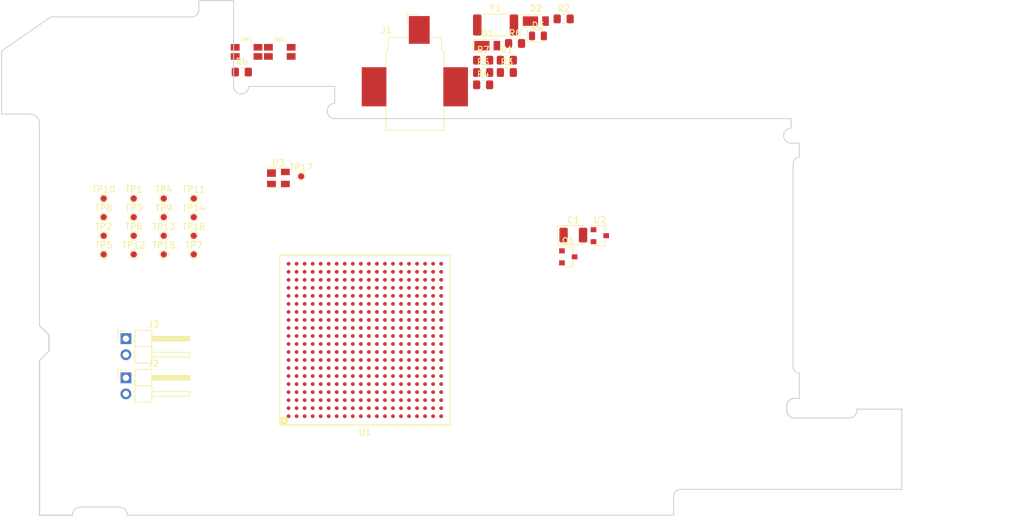
<source format=kicad_pcb>
(kicad_pcb (version 20171130) (host pcbnew "(5.0.2)-1")
  (layers (0 F.Cu signal) (1 In1.Cu signal) (2 In2.Cu signal) (31 B.Cu signal) (34 B.Paste user) (35 F.Paste user) (36 B.SilkS user) (37 F.SilkS user) (38 B.Mask user) (39 F.Mask user) (44 Edge.Cuts user))
  (net 0 "")
  (net 1 VDD_5V)
  (net 2 GND)
  (net 3 "Net-(Q1-Pad1)")
  (net 4 SYS_VDD3_3P3V)
  (net 5 SYS_RTC_1P8V)
  (net 6 "Net-(U1-PadA1)")
  (net 7 "Net-(U1-PadA2)")
  (net 8 "Net-(U1-PadA3)")
  (net 9 "Net-(U1-PadA4)")
  (net 10 "Net-(U1-PadA5)")
  (net 11 "Net-(U1-PadA6)")
  (net 12 "Net-(U1-PadA7)")
  (net 13 "Net-(U1-PadA8)")
  (net 14 "Net-(U1-PadA9)")
  (net 15 "Net-(U1-PadA10)")
  (net 16 "Net-(U1-PadA11)")
  (net 17 "Net-(U1-PadA12)")
  (net 18 "Net-(U1-PadA13)")
  (net 19 "Net-(U1-PadA14)")
  (net 20 "Net-(U1-PadA15)")
  (net 21 "Net-(U1-PadA16)")
  (net 22 "Net-(U1-PadA17)")
  (net 23 "/SIP/SIP Power/PWR_BUT")
  (net 24 "/SIP/SIP Power/PMIC_NRESET")
  (net 25 "Net-(U1-PadA20)")
  (net 26 "Net-(U1-PadB2)")
  (net 27 "Net-(U1-PadB5)")
  (net 28 "Net-(U1-PadB3)")
  (net 29 "Net-(U1-PadB4)")
  (net 30 "Net-(U1-PadB1)")
  (net 31 "Net-(U1-PadB6)")
  (net 32 "Net-(U1-PadB7)")
  (net 33 "Net-(U1-PadB8)")
  (net 34 "Net-(U1-PadB9)")
  (net 35 "Net-(U1-PadB10)")
  (net 36 "Net-(U1-PadB11)")
  (net 37 "Net-(U1-PadB12)")
  (net 38 "Net-(U1-PadB13)")
  (net 39 "Net-(U1-PadB14)")
  (net 40 "Net-(U1-PadB15)")
  (net 41 "Net-(U1-PadB16)")
  (net 42 VDD_USB_5V)
  (net 43 "Net-(U1-PadC2)")
  (net 44 "Net-(U1-PadC5)")
  (net 45 "Net-(U1-PadC3)")
  (net 46 "Net-(U1-PadC4)")
  (net 47 "Net-(U1-PadC1)")
  (net 48 "Net-(U1-PadC6)")
  (net 49 "Net-(U1-PadC7)")
  (net 50 "Net-(U1-PadC8)")
  (net 51 "Net-(U1-PadC9)")
  (net 52 "Net-(U1-PadC10)")
  (net 53 "Net-(U1-PadC11)")
  (net 54 "Net-(U1-PadC12)")
  (net 55 "Net-(U1-PadC13)")
  (net 56 "Net-(U1-PadC14)")
  (net 57 "Net-(U1-PadC15)")
  (net 58 "Net-(U1-PadC16)")
  (net 59 "Net-(U1-PadD2)")
  (net 60 "Net-(U1-PadD5)")
  (net 61 "Net-(U1-PadD3)")
  (net 62 "Net-(U1-PadD4)")
  (net 63 "Net-(U1-PadD1)")
  (net 64 "Net-(U1-PadD6)")
  (net 65 "Net-(U1-PadD7)")
  (net 66 "Net-(U1-PadD8)")
  (net 67 "/SIP/SIP Power/PWR_EN")
  (net 68 "/SIP/SIP Power/PMIC_PGOOD")
  (net 69 "/SIP/SIP Power/LDO_PGOOD")
  (net 70 "Net-(U1-PadD15)")
  (net 71 "Net-(U1-PadD16)")
  (net 72 "Net-(U1-PadD17)")
  (net 73 VDD_BAT)
  (net 74 "Net-(U1-PadE2)")
  (net 75 "Net-(U1-PadE5)")
  (net 76 "Net-(U1-PadE3)")
  (net 77 "Net-(U1-PadE4)")
  (net 78 "Net-(U1-PadE1)")
  (net 79 "Net-(U1-PadE6)")
  (net 80 "Net-(U1-PadE7)")
  (net 81 "Net-(U1-PadE8)")
  (net 82 "Net-(U1-PadE9)")
  (net 83 "Net-(U1-PadE10)")
  (net 84 "Net-(U1-PadE11)")
  (net 85 "Net-(U1-PadE12)")
  (net 86 "Net-(U1-PadE13)")
  (net 87 "Net-(U1-PadE14)")
  (net 88 "Net-(U1-PadE15)")
  (net 89 "Net-(U1-PadE16)")
  (net 90 "Net-(U1-PadE17)")
  (net 91 "Net-(U1-PadE18)")
  (net 92 "Net-(TP2-Pad1)")
  (net 93 "Net-(TP3-Pad1)")
  (net 94 "Net-(U1-PadF2)")
  (net 95 "Net-(U1-PadF5)")
  (net 96 "Net-(U1-PadF3)")
  (net 97 "Net-(U1-PadF4)")
  (net 98 "Net-(U1-PadF1)")
  (net 99 "Net-(U1-PadF6)")
  (net 100 "Net-(U1-PadF7)")
  (net 101 SYS_VDD1_3P3V)
  (net 102 "Net-(U1-PadF10)")
  (net 103 "Net-(U1-PadF11)")
  (net 104 SYS_VDD2_3P3V)
  (net 105 SYS_VOUT)
  (net 106 "Net-(U1-PadF16)")
  (net 107 "Net-(U1-PadF17)")
  (net 108 "Net-(TP16-Pad1)")
  (net 109 "Net-(U1-PadF19)")
  (net 110 "Net-(U1-PadF20)")
  (net 111 "Net-(U1-PadG2)")
  (net 112 "Net-(U1-PadG5)")
  (net 113 "Net-(U1-PadG3)")
  (net 114 "Net-(U1-PadG4)")
  (net 115 "Net-(U1-PadG1)")
  (net 116 "Net-(U1-PadG6)")
  (net 117 "Net-(U1-PadG7)")
  (net 118 "Net-(U1-PadG10)")
  (net 119 "Net-(U1-PadG11)")
  (net 120 "Net-(U1-PadG16)")
  (net 121 "/SIP/SIP Power/PMIC_NWAKEUP")
  (net 122 "Net-(U1-PadG18)")
  (net 123 "Net-(U1-PadG19)")
  (net 124 "Net-(U1-PadG20)")
  (net 125 "Net-(U1-PadH2)")
  (net 126 "Net-(U1-PadH5)")
  (net 127 "Net-(U1-PadH3)")
  (net 128 "Net-(U1-PadH4)")
  (net 129 "Net-(U1-PadH1)")
  (net 130 "Net-(U1-PadH6)")
  (net 131 "Net-(U1-PadH9)")
  (net 132 "Net-(U1-PadH10)")
  (net 133 "Net-(U1-PadH11)")
  (net 134 "Net-(U1-PadH12)")
  (net 135 "Net-(U1-PadH13)")
  (net 136 "Net-(U1-PadH16)")
  (net 137 "Net-(U1-PadH18)")
  (net 138 "Net-(U1-PadH19)")
  (net 139 "Net-(U1-PadH20)")
  (net 140 "Net-(U1-PadJ2)")
  (net 141 "Net-(U1-PadJ5)")
  (net 142 "Net-(U1-PadJ3)")
  (net 143 "Net-(U1-PadJ4)")
  (net 144 "Net-(U1-PadJ1)")
  (net 145 "Net-(U1-PadJ6)")
  (net 146 "Net-(U1-PadJ9)")
  (net 147 "Net-(U1-PadJ10)")
  (net 148 "Net-(U1-PadJ11)")
  (net 149 "Net-(U1-PadJ12)")
  (net 150 "Net-(U1-PadJ13)")
  (net 151 "Net-(U1-PadJ16)")
  (net 152 "/SIP/SIP Power/PMIC_INT")
  (net 153 "Net-(U1-PadJ18)")
  (net 154 "Net-(U1-PadJ19)")
  (net 155 "Net-(U1-PadJ20)")
  (net 156 "Net-(U1-PadK2)")
  (net 157 "Net-(U1-PadK5)")
  (net 158 "Net-(U1-PadK3)")
  (net 159 "Net-(U1-PadK4)")
  (net 160 "Net-(U1-PadK1)")
  (net 161 "Net-(U1-PadK6)")
  (net 162 "Net-(U1-PadK7)")
  (net 163 "Net-(U1-PadK8)")
  (net 164 "Net-(U1-PadK9)")
  (net 165 "Net-(U1-PadK12)")
  (net 166 "Net-(U1-PadK15)")
  (net 167 "Net-(U1-PadK16)")
  (net 168 "Net-(U1-PadK18)")
  (net 169 "Net-(U1-PadK19)")
  (net 170 "Net-(U1-PadK20)")
  (net 171 "Net-(U1-PadL3)")
  (net 172 "Net-(U1-PadL1)")
  (net 173 "Net-(U1-PadL2)")
  (net 174 "Net-(U1-PadL4)")
  (net 175 "Net-(U1-PadL5)")
  (net 176 "Net-(U1-PadL6)")
  (net 177 "Net-(U1-PadL15)")
  (net 178 "Net-(U1-PadL16)")
  (net 179 "Net-(U1-PadL17)")
  (net 180 /SIP/LCD_DATA15)
  (net 181 "Net-(U1-PadL19)")
  (net 182 "Net-(U1-PadL20)")
  (net 183 "Net-(U1-PadM3)")
  (net 184 "Net-(U1-PadM1)")
  (net 185 "/SIP/SIP Power/EEPROM_WP")
  (net 186 "Net-(U1-PadM4)")
  (net 187 "Net-(U1-PadM5)")
  (net 188 "Net-(U1-PadM6)")
  (net 189 "Net-(U1-PadM15)")
  (net 190 "Net-(U1-PadM16)")
  (net 191 "Net-(U1-PadM17)")
  (net 192 /SIP/LCD_DATA12)
  (net 193 /SIP/LCD_DATA13)
  (net 194 /SIP/LCD_DATA14)
  (net 195 SYS_VDD_1P8V)
  (net 196 "Net-(U1-PadN3)")
  (net 197 "Net-(U1-PadN1)")
  (net 198 "Net-(U1-PadN2)")
  (net 199 "Net-(U1-PadN4)")
  (net 200 "Net-(U1-PadN5)")
  (net 201 "Net-(U1-PadN6)")
  (net 202 "Net-(U1-PadN15)")
  (net 203 "Net-(U1-PadN16)")
  (net 204 "Net-(U1-PadN17)")
  (net 205 /SIP/LCD_DATA9)
  (net 206 /SIP/LCD_DATA10)
  (net 207 /SIP/LCD_DATA11)
  (net 208 "Net-(U1-PadP13)")
  (net 209 "Net-(U1-PadP12)")
  (net 210 "Net-(U1-PadP8)")
  (net 211 "Net-(U1-PadP9)")
  (net 212 "Net-(U1-PadP7)")
  (net 213 "Net-(U1-PadP3)")
  (net 214 "Net-(U1-PadP1)")
  (net 215 "Net-(U1-PadP2)")
  (net 216 "Net-(U1-PadP4)")
  (net 217 "Net-(U1-PadP5)")
  (net 218 "Net-(U1-PadP6)")
  (net 219 "Net-(U1-PadP15)")
  (net 220 "Net-(U1-PadP16)")
  (net 221 "Net-(U1-PadP14)")
  (net 222 "Net-(U1-PadP17)")
  (net 223 /SIP/LCD_DATA6)
  (net 224 /SIP/LCD_DATA7)
  (net 225 /SIP/LCD_DATA8)
  (net 226 "Net-(U1-PadR13)")
  (net 227 "Net-(U1-PadR11)")
  (net 228 "Net-(U1-PadR12)")
  (net 229 "Net-(U1-PadR10)")
  (net 230 "Net-(U1-PadR8)")
  (net 231 "Net-(U1-PadR9)")
  (net 232 "Net-(U1-PadR7)")
  (net 233 "Net-(U1-PadR3)")
  (net 234 "Net-(U1-PadR1)")
  (net 235 "Net-(U1-PadR2)")
  (net 236 "Net-(U1-PadR4)")
  (net 237 "Net-(U1-PadR5)")
  (net 238 "Net-(U1-PadR6)")
  (net 239 "Net-(U1-PadR15)")
  (net 240 "Net-(U1-PadR16)")
  (net 241 "Net-(U1-PadR14)")
  (net 242 "Net-(U1-PadR17)")
  (net 243 /SIP/LCD_DATA3)
  (net 244 /SIP/LCD_DATA4)
  (net 245 /SIP/LCD_DATA5)
  (net 246 "Net-(U1-PadT13)")
  (net 247 "Net-(U1-PadT11)")
  (net 248 "Net-(U1-PadT12)")
  (net 249 "Net-(U1-PadT10)")
  (net 250 "Net-(U1-PadT8)")
  (net 251 "Net-(U1-PadT9)")
  (net 252 "Net-(U1-PadT7)")
  (net 253 "Net-(U1-PadT3)")
  (net 254 "Net-(U1-PadT1)")
  (net 255 "Net-(U1-PadT2)")
  (net 256 "Net-(U1-PadT4)")
  (net 257 "Net-(U1-PadT5)")
  (net 258 "Net-(U1-PadT6)")
  (net 259 "Net-(U1-PadT15)")
  (net 260 "Net-(U1-PadT16)")
  (net 261 "Net-(U1-PadT14)")
  (net 262 "Net-(U1-PadT17)")
  (net 263 /SIP/LCD_DATA0)
  (net 264 /SIP/LCD_DATA1)
  (net 265 /SIP/LCD_DATA2)
  (net 266 "Net-(U1-PadU13)")
  (net 267 "Net-(U1-PadU11)")
  (net 268 "Net-(U1-PadU12)")
  (net 269 "Net-(U1-PadU10)")
  (net 270 "/SIP/SIP Power/I2C0_SCL")
  (net 271 "Net-(U1-PadU9)")
  (net 272 "/SIP/SIP Power/I2C0_SDA")
  (net 273 "Net-(U1-PadU3)")
  (net 274 "Net-(U1-PadU1)")
  (net 275 "Net-(U1-PadU2)")
  (net 276 "Net-(U1-PadU4)")
  (net 277 "Net-(U1-PadU5)")
  (net 278 "Net-(U1-PadU6)")
  (net 279 "Net-(U1-PadU16)")
  (net 280 "Net-(U1-PadU14)")
  (net 281 "Net-(U1-PadU17)")
  (net 282 "Net-(U1-PadU18)")
  (net 283 "Net-(U1-PadU19)")
  (net 284 "Net-(U1-PadU20)")
  (net 285 "Net-(U1-PadV13)")
  (net 286 "Net-(U1-PadV11)")
  (net 287 "Net-(U1-PadV12)")
  (net 288 "Net-(U1-PadV10)")
  (net 289 "Net-(U1-PadV9)")
  (net 290 "Net-(U1-PadV3)")
  (net 291 "Net-(U1-PadV1)")
  (net 292 "Net-(U1-PadV2)")
  (net 293 "Net-(U1-PadV4)")
  (net 294 "Net-(U1-PadV5)")
  (net 295 "Net-(U1-PadV6)")
  (net 296 "Net-(U1-PadV15)")
  (net 297 "Net-(U1-PadV16)")
  (net 298 "Net-(U1-PadV14)")
  (net 299 "Net-(U1-PadV17)")
  (net 300 "Net-(U1-PadV18)")
  (net 301 "Net-(U1-PadV19)")
  (net 302 "Net-(U1-PadV20)")
  (net 303 "Net-(U1-PadW10)")
  (net 304 "Net-(U1-PadW9)")
  (net 305 "Net-(U1-PadW8)")
  (net 306 "Net-(U1-PadW1)")
  (net 307 "Net-(U1-PadW2)")
  (net 308 "Net-(U1-PadW4)")
  (net 309 "Net-(U1-PadW3)")
  (net 310 "Net-(U1-PadW5)")
  (net 311 "Net-(U1-PadW7)")
  (net 312 "Net-(U1-PadW6)")
  (net 313 "Net-(U1-PadW16)")
  (net 314 "Net-(U1-PadW15)")
  (net 315 "Net-(U1-PadW13)")
  (net 316 "Net-(U1-PadW14)")
  (net 317 "Net-(U1-PadW12)")
  (net 318 "Net-(U1-PadW11)")
  (net 319 "Net-(U1-PadW19)")
  (net 320 "Net-(U1-PadW18)")
  (net 321 "Net-(U1-PadW17)")
  (net 322 "Net-(U1-PadW20)")
  (net 323 "Net-(U1-PadY10)")
  (net 324 "Net-(U1-PadY9)")
  (net 325 "Net-(U1-PadY8)")
  (net 326 "Net-(U1-PadY1)")
  (net 327 "Net-(U1-PadY2)")
  (net 328 "Net-(U1-PadY4)")
  (net 329 "Net-(U1-PadY3)")
  (net 330 "Net-(U1-PadY5)")
  (net 331 "Net-(U1-PadY7)")
  (net 332 "Net-(U1-PadY6)")
  (net 333 "Net-(U1-PadY16)")
  (net 334 "Net-(U1-PadY15)")
  (net 335 "Net-(U1-PadY13)")
  (net 336 "Net-(U1-PadY14)")
  (net 337 "Net-(U1-PadY12)")
  (net 338 "Net-(U1-PadY11)")
  (net 339 "Net-(U1-PadY19)")
  (net 340 "Net-(U1-PadY18)")
  (net 341 "Net-(U1-PadY17)")
  (net 342 "Net-(U1-PadY20)")
  (net 343 "Net-(R6-Pad2)")
  (net 344 "Net-(D3-Pad1)")
  (net 345 GNDPWR)
  (net 346 "Net-(D1-Pad1)")
  (net 347 "Net-(D1-Pad2)")
  (net 348 "Net-(J1-Pad3)")
  (net 349 "/SIP/SIP Power/SYS_RESETN")
  (net 350 "Net-(SW2-Pad2)")
  (net 351 "Net-(R8-Pad2)")
  (module Connector_PinHeader_2.54mm:PinHeader_1x02_P2.54mm_Horizontal (layer F.Cu) (at 105.965001 111.149001)
    (fp_text reference J2 (at 4.385 -2.27) (layer F.SilkS))
    (fp_text value PMIC_RESET)
    (pad 2 thru_hole oval (at 0 2.54) (size 1.7 1.7) (drill 1) (layers *.Cu *.Mask) (net 2 GND))
    (pad 1 thru_hole rect (at 0 0) (size 1.7 1.7) (drill 1) (layers *.Cu *.Mask) (net 24 "/SIP/SIP Power/PMIC_NRESET"))
  )
  (module Connector_PinHeader_2.54mm:PinHeader_1x02_P2.54mm_Horizontal (layer F.Cu) (at 105.965001 104.949001)
    (fp_text reference J3 (at 4.385 -2.27) (layer F.SilkS))
    (fp_text value EEPROM_WP)
    (pad 1 thru_hole rect (at 0 0) (size 1.7 1.7) (drill 1) (layers *.Cu *.Mask) (net 185 "/SIP/SIP Power/EEPROM_WP"))
    (pad 2 thru_hole oval (at 0 2.54) (size 1.7 1.7) (drill 1) (layers *.Cu *.Mask) (net 2 GND))
  )
  (module Resistor_SMD:R_0805_2012Metric_Pad1.15x1.40mm_HandSolder (layer F.Cu) (at 124.303001 62.737001)
    (fp_text reference R8 (at 0 -1.65) (layer F.SilkS))
    (fp_text value 1k)
    (pad 1 smd roundrect (at -1.025 0) (size 1.15 1.4) (layers F.Cu F.Paste F.Mask) (roundrect_rratio 0.217391) (net 349 "/SIP/SIP Power/SYS_RESETN"))
    (pad 2 smd roundrect (at 1.025 0) (size 1.15 1.4) (layers F.Cu F.Paste F.Mask) (roundrect_rratio 0.217391) (net 351 "Net-(R8-Pad2)"))
  )
  (module SMD-Switches:PANASONIC-EVQP7C01P (layer F.Cu) (at 130.303001 59.537001)
    (fp_text reference SW2 (at 0 -2) (layer F.SilkS) (effects (font (size 0.6 0.6) (thickness 0.1))))
    (fp_text value RESET)
    (pad 1 smd rect (at -1.8 -0.725) (size 1.4 1.05) (layers F.Cu F.Paste F.Mask) (net 2 GND))
    (pad "" np_thru_hole circle (at 0 -0.9) (size 0.7 0.7) (drill 0.7) (layers *.Cu *.Mask))
    (pad "" np_thru_hole circle (at 0 0.9) (size 0.7 0.7) (drill 0.7) (layers *.Cu *.Mask))
    (pad 1 smd rect (at 1.8 -0.725) (size 1.4 1.05) (layers F.Cu F.Paste F.Mask) (net 2 GND))
    (pad 2 smd rect (at -1.8 0.725) (size 1.4 1.05) (layers F.Cu F.Paste F.Mask) (net 350 "Net-(SW2-Pad2)"))
    (pad 2 smd rect (at 1.8 0.725) (size 1.4 1.05) (layers F.Cu F.Paste F.Mask) (net 350 "Net-(SW2-Pad2)"))
  )
  (module SMD-Switches:PANASONIC-EVQP7C01P (layer F.Cu) (at 125.053001 59.537001)
    (fp_text reference SW1 (at 0 -2) (layer F.SilkS) (effects (font (size 0.6 0.6) (thickness 0.1))))
    (fp_text value POWER)
    (pad 2 smd rect (at 1.8 0.725) (size 1.4 1.05) (layers F.Cu F.Paste F.Mask) (net 23 "/SIP/SIP Power/PWR_BUT"))
    (pad 2 smd rect (at -1.8 0.725) (size 1.4 1.05) (layers F.Cu F.Paste F.Mask) (net 23 "/SIP/SIP Power/PWR_BUT"))
    (pad 1 smd rect (at 1.8 -0.725) (size 1.4 1.05) (layers F.Cu F.Paste F.Mask) (net 2 GND))
    (pad "" np_thru_hole circle (at 0 0.9) (size 0.7 0.7) (drill 0.7) (layers *.Cu *.Mask))
    (pad "" np_thru_hole circle (at 0 -0.9) (size 0.7 0.7) (drill 0.7) (layers *.Cu *.Mask))
    (pad 1 smd rect (at -1.8 -0.725) (size 1.4 1.05) (layers F.Cu F.Paste F.Mask) (net 2 GND))
  )
  (module TestPoint:TestPoint_Pad_D1.0mm (layer F.Cu) (at 116.701001 82.755001)
    (fp_text reference TP11 (at 0 -1.448) (layer F.SilkS))
    (fp_text value SYS_VDD1_3P3V)
    (pad 1 smd circle (at 0 0) (size 1 1) (layers F.Cu F.Mask) (net 101 SYS_VDD1_3P3V))
  )
  (module TestPoint:TestPoint_Pad_D1.0mm (layer F.Cu) (at 133.691001 79.249001)
    (fp_text reference TP17 (at 0 -1.448) (layer F.SilkS))
    (fp_text value SYS_RESETN)
    (pad 1 smd circle (at 0 0) (size 1 1) (layers F.Cu F.Mask) (net 349 "/SIP/SIP Power/SYS_RESETN"))
  )
  (module TestPoint:TestPoint_Pad_D1.0mm (layer F.Cu) (at 116.701001 88.655001)
    (fp_text reference TP16 (at 0 -1.448) (layer F.SilkS))
    (fp_text value SYS_VDD1_CTL)
    (pad 1 smd circle (at 0 0) (size 1 1) (layers F.Cu F.Mask) (net 108 "Net-(TP16-Pad1)"))
  )
  (module TestPoint:TestPoint_Pad_D1.0mm (layer F.Cu) (at 111.951001 91.605001)
    (fp_text reference TP15 (at 0 -1.448) (layer F.SilkS))
    (fp_text value SYS_RTC_1P8V)
    (pad 1 smd circle (at 0 0) (size 1 1) (layers F.Cu F.Mask) (net 5 SYS_RTC_1P8V))
  )
  (module TestPoint:TestPoint_Pad_D1.0mm (layer F.Cu) (at 116.701001 85.705001)
    (fp_text reference TP14 (at 0 -1.448) (layer F.SilkS))
    (fp_text value SYS_VDD_1P8V)
    (pad 1 smd circle (at 0 0) (size 1 1) (layers F.Cu F.Mask) (net 195 SYS_VDD_1P8V))
  )
  (module TestPoint:TestPoint_Pad_D1.0mm (layer F.Cu) (at 111.951001 88.655001)
    (fp_text reference TP13 (at 0 -1.448) (layer F.SilkS))
    (fp_text value SYS_VDD3_3P3V)
    (pad 1 smd circle (at 0 0) (size 1 1) (layers F.Cu F.Mask) (net 4 SYS_VDD3_3P3V))
  )
  (module TestPoint:TestPoint_Pad_D1.0mm (layer F.Cu) (at 107.201001 91.605001)
    (fp_text reference TP12 (at 0 -1.448) (layer F.SilkS))
    (fp_text value SYS_VDD2_3P3V)
    (pad 1 smd circle (at 0 0) (size 1 1) (layers F.Cu F.Mask) (net 104 SYS_VDD2_3P3V))
  )
  (module TestPoint:TestPoint_Pad_D1.0mm (layer F.Cu) (at 102.451001 82.755001)
    (fp_text reference TP10 (at 0 -1.448) (layer F.SilkS))
    (fp_text value SYS_VOUT)
    (pad 1 smd circle (at 0 0) (size 1 1) (layers F.Cu F.Mask) (net 105 SYS_VOUT))
  )
  (module TestPoint:TestPoint_Pad_D1.0mm (layer F.Cu) (at 102.451001 85.705001)
    (fp_text reference TP8 (at 0 -1.448) (layer F.SilkS))
    (fp_text value PMIC_INT)
    (pad 1 smd circle (at 0 0) (size 1 1) (layers F.Cu F.Mask) (net 152 "/SIP/SIP Power/PMIC_INT"))
  )
  (module TestPoint:TestPoint_Pad_D1.0mm (layer F.Cu) (at 116.701001 91.605001)
    (fp_text reference TP7 (at 0 -1.448) (layer F.SilkS))
    (fp_text value PMIC_NWAKEUP)
    (pad 1 smd circle (at 0 0) (size 1 1) (layers F.Cu F.Mask) (net 121 "/SIP/SIP Power/PMIC_NWAKEUP"))
  )
  (module TestPoint:TestPoint_Pad_D1.0mm (layer F.Cu) (at 107.201001 88.655001)
    (fp_text reference TP6 (at 0 -1.448) (layer F.SilkS))
    (fp_text value LDO_PGOOD)
    (pad 1 smd circle (at 0 0) (size 1 1) (layers F.Cu F.Mask) (net 69 "/SIP/SIP Power/LDO_PGOOD"))
  )
  (module TestPoint:TestPoint_Pad_D1.0mm (layer F.Cu) (at 102.451001 91.605001)
    (fp_text reference TP5 (at 0 -1.448) (layer F.SilkS))
    (fp_text value PWR_EN)
    (pad 1 smd circle (at 0 0) (size 1 1) (layers F.Cu F.Mask) (net 67 "/SIP/SIP Power/PWR_EN"))
  )
  (module TestPoint:TestPoint_Pad_D1.0mm (layer F.Cu) (at 111.951001 82.755001)
    (fp_text reference TP4 (at 0 -1.448) (layer F.SilkS))
    (fp_text value BAT_GND)
    (pad 1 smd circle (at 0 0) (size 1 1) (layers F.Cu F.Mask) (net 2 GND))
  )
  (module TestPoint:TestPoint_Pad_D1.0mm (layer F.Cu) (at 107.201001 85.705001)
    (fp_text reference TP3 (at 0 -1.448) (layer F.SilkS))
    (fp_text value BAT_TS)
    (pad 1 smd circle (at 0 0) (size 1 1) (layers F.Cu F.Mask) (net 93 "Net-(TP3-Pad1)"))
  )
  (module TestPoint:TestPoint_Pad_D1.0mm (layer F.Cu) (at 102.451001 88.655001)
    (fp_text reference TP2 (at 0 -1.448) (layer F.SilkS))
    (fp_text value BAT_SENSE)
    (pad 1 smd circle (at 0 0) (size 1 1) (layers F.Cu F.Mask) (net 92 "Net-(TP2-Pad1)"))
  )
  (module TestPoint:TestPoint_Pad_D1.0mm (layer F.Cu) (at 107.201001 82.755001)
    (fp_text reference TP1 (at 0 -1.448) (layer F.SilkS))
    (fp_text value VDD_BAT)
    (pad 1 smd circle (at 0 0) (size 1 1) (layers F.Cu F.Mask) (net 73 VDD_BAT))
  )
  (module TestPoint:TestPoint_Pad_D1.0mm (layer F.Cu) (at 111.951001 85.705001)
    (fp_text reference TP9 (at 0 -1.448) (layer F.SilkS))
    (fp_text value PMIC_PGOOD)
    (pad 1 smd circle (at 0 0) (size 1 1) (layers F.Cu F.Mask) (net 68 "/SIP/SIP Power/PMIC_PGOOD"))
  )
  (module Package_TO_SOT_SMD:SOT-143 (layer F.Cu) (at 130.091001 79.499001)
    (fp_text reference U3 (at 0.02 -2.38) (layer F.SilkS))
    (fp_text value APX811-31UG-7)
    (pad 1 smd rect (at -1.1 -0.77 270) (size 1.2 1.4) (layers F.Cu F.Paste F.Mask) (net 2 GND))
    (pad 2 smd rect (at -1.1 0.95 270) (size 1 1.4) (layers F.Cu F.Paste F.Mask) (net 351 "Net-(R8-Pad2)"))
    (pad 3 smd rect (at 1.1 0.95 270) (size 1 1.4) (layers F.Cu F.Paste F.Mask) (net 350 "Net-(SW2-Pad2)"))
    (pad 4 smd rect (at 1.1 -0.95 270) (size 1 1.4) (layers F.Cu F.Paste F.Mask) (net 101 SYS_VDD1_3P3V))
  )
  (module Connector_BarrelJack:BarrelJack_CUI_PJ-036AH-SMT_Horizontal (layer F.Cu) (at 151.673001 61.865001)
    (fp_text reference J1 (at -4.5 -5.75) (layer F.SilkS))
    (fp_text value Barrel_Jack_Switch)
    (pad 1 smd rect (at 0.7 -5.8) (size 3.3 4.4) (layers F.Cu F.Paste F.Mask) (net 347 "Net-(D1-Pad2)"))
    (pad 2 smd rect (at -6.45 3.2) (size 3.9 6.2) (layers F.Cu F.Paste F.Mask) (net 2 GND))
    (pad 3 smd rect (at 6.45 3.2) (size 3.9 6.2) (layers F.Cu F.Paste F.Mask) (net 348 "Net-(J1-Pad3)"))
    (pad "" np_thru_hole circle (at 0 7) (size 2 2) (drill 2) (layers *.Cu *.Mask))
  )
  (module Diode_SMD:D_PowerDI-123 (layer F.Cu) (at 170.813001 54.665001)
    (fp_text reference D2 (at 0 -2) (layer F.SilkS))
    (fp_text value D_Zener)
    (pad 2 smd rect (at 1.525 0 180) (size 1.05 1.5) (layers F.Cu F.Paste F.Mask) (net 2 GND))
    (pad 1 smd rect (at -0.85 0 180) (size 2.4 1.5) (layers F.Cu F.Paste F.Mask) (net 1 VDD_5V))
  )
  (module Diode_SMD:D_PowerDI-123 (layer F.Cu) (at 163.123001 58.555001)
    (fp_text reference D1 (at 0 -2) (layer F.SilkS))
    (fp_text value D_Schottky)
    (pad 1 smd rect (at -0.85 0 180) (size 2.4 1.5) (layers F.Cu F.Paste F.Mask) (net 346 "Net-(D1-Pad1)"))
    (pad 2 smd rect (at 1.525 0 180) (size 1.05 1.5) (layers F.Cu F.Paste F.Mask) (net 347 "Net-(D1-Pad2)"))
  )
  (module Fuse:Fuse_2512_6332Metric (layer F.Cu) (at 164.443001 55.285001)
    (fp_text reference F1 (at 0 -2.62) (layer F.SilkS))
    (fp_text value "Polyfuse 4A")
    (pad 1 smd roundrect (at -2.9 0) (size 1.35 3.35) (layers F.Cu F.Paste F.Mask) (roundrect_rratio 0.185185) (net 1 VDD_5V))
    (pad 2 smd roundrect (at 2.9 0) (size 1.35 3.35) (layers F.Cu F.Paste F.Mask) (roundrect_rratio 0.185185) (net 346 "Net-(D1-Pad1)"))
  )
  (module LED_SMD:LED_0805_2012Metric (layer F.Cu) (at 171.143001 57.010001)
    (fp_text reference D3 (at 0 -1.65) (layer F.SilkS))
    (fp_text value LED)
    (pad 1 smd roundrect (at -0.9375 0) (size 0.975 1.4) (layers F.Cu F.Paste F.Mask) (net 344 "Net-(D3-Pad1)"))
    (pad 2 smd roundrect (at 0.9375 0) (size 0.975 1.4) (layers F.Cu F.Paste F.Mask) (net 104 SYS_VDD2_3P3V))
  )
  (module Resistor_SMD:R_0805_2012Metric_Pad1.15x1.40mm_HandSolder (layer F.Cu) (at 162.473001 64.755001)
    (fp_text reference R4 (at 0 -1.65) (layer F.SilkS))
    (fp_text value 499)
    (pad 1 smd roundrect (at -1.025 0) (size 1.15 1.4) (layers F.Cu F.Paste F.Mask) (roundrect_rratio 0.217391) (net 4 SYS_VDD3_3P3V))
    (pad 2 smd roundrect (at 1.025 0) (size 1.15 1.4) (layers F.Cu F.Paste F.Mask) (roundrect_rratio 0.217391) (net 3 "Net-(Q1-Pad1)"))
  )
  (module Resistor_SMD:R_0805_2012Metric_Pad1.15x1.40mm_HandSolder (layer F.Cu) (at 166.223001 62.805001)
    (fp_text reference R3 (at 0 -1.65) (layer F.SilkS))
    (fp_text value 1k5)
    (pad 2 smd roundrect (at 1.025 0) (size 1.15 1.4) (layers F.Cu F.Paste F.Mask) (roundrect_rratio 0.217391) (net 272 "/SIP/SIP Power/I2C0_SDA"))
    (pad 1 smd roundrect (at -1.025 0) (size 1.15 1.4) (layers F.Cu F.Paste F.Mask) (roundrect_rratio 0.217391) (net 101 SYS_VDD1_3P3V))
  )
  (module Resistor_SMD:R_0805_2012Metric_Pad1.15x1.40mm_HandSolder (layer F.Cu) (at 175.213001 54.315001)
    (fp_text reference R2 (at 0 -1.65) (layer F.SilkS))
    (fp_text value 1k5)
    (pad 1 smd roundrect (at -1.025 0) (size 1.15 1.4) (layers F.Cu F.Paste F.Mask) (roundrect_rratio 0.217391) (net 101 SYS_VDD1_3P3V))
    (pad 2 smd roundrect (at 1.025 0) (size 1.15 1.4) (layers F.Cu F.Paste F.Mask) (roundrect_rratio 0.217391) (net 270 "/SIP/SIP Power/I2C0_SCL"))
  )
  (module Resistor_SMD:R_0805_2012Metric_Pad1.15x1.40mm_HandSolder (layer F.Cu) (at 166.223001 60.855001)
    (fp_text reference R1 (at 0 -1.65) (layer F.SilkS))
    (fp_text value 0R1)
    (pad 2 smd roundrect (at 1.025 0) (size 1.15 1.4) (layers F.Cu F.Paste F.Mask) (roundrect_rratio 0.217391) (net 2 GND))
    (pad 1 smd roundrect (at -1.025 0) (size 1.15 1.4) (layers F.Cu F.Paste F.Mask) (roundrect_rratio 0.217391) (net 345 GNDPWR))
  )
  (module Resistor_SMD:R_0805_2012Metric_Pad1.15x1.40mm_HandSolder (layer F.Cu) (at 162.473001 62.805001)
    (fp_text reference R5 (at 0 -1.65) (layer F.SilkS))
    (fp_text value 1k5)
    (pad 1 smd roundrect (at -1.025 0) (size 1.15 1.4) (layers F.Cu F.Paste F.Mask) (roundrect_rratio 0.217391) (net 2 GND))
    (pad 2 smd roundrect (at 1.025 0) (size 1.15 1.4) (layers F.Cu F.Paste F.Mask) (roundrect_rratio 0.217391) (net 344 "Net-(D3-Pad1)"))
  )
  (module Resistor_SMD:R_0805_2012Metric_Pad1.15x1.40mm_HandSolder (layer F.Cu) (at 167.523001 58.205001)
    (fp_text reference R6 (at 0 -1.65) (layer F.SilkS))
    (fp_text value 10k)
    (pad 2 smd roundrect (at 1.025 0) (size 1.15 1.4) (layers F.Cu F.Paste F.Mask) (roundrect_rratio 0.217391) (net 343 "Net-(R6-Pad2)"))
    (pad 1 smd roundrect (at -1.025 0) (size 1.15 1.4) (layers F.Cu F.Paste F.Mask) (roundrect_rratio 0.217391) (net 4 SYS_VDD3_3P3V))
  )
  (module Resistor_SMD:R_0805_2012Metric_Pad1.15x1.40mm_HandSolder (layer F.Cu) (at 162.473001 60.855001)
    (fp_text reference R7 (at 0 -1.65) (layer F.SilkS))
    (fp_text value 40k2)
    (pad 1 smd roundrect (at -1.025 0) (size 1.15 1.4) (layers F.Cu F.Paste F.Mask) (roundrect_rratio 0.217391) (net 343 "Net-(R6-Pad2)"))
    (pad 2 smd roundrect (at 1.025 0) (size 1.15 1.4) (layers F.Cu F.Paste F.Mask) (roundrect_rratio 0.217391) (net 5 SYS_RTC_1P8V))
  )
  (module Capacitor_Tantalum_SMD:CP_EIA-3528-21_Kemet-B (layer F.Cu) (at 176.736001 88.543001)
    (fp_text reference C1 (at 0 -2.35) (layer F.SilkS))
    (fp_text value 220uF)
    (pad 1 smd roundrect (at -1.5375 0) (size 1.325 2.35) (layers F.Cu F.Paste F.Mask) (roundrect_rratio 0.188679) (net 1 VDD_5V))
    (pad 2 smd roundrect (at 1.5375 0) (size 1.325 2.35) (layers F.Cu F.Paste F.Mask) (roundrect_rratio 0.188679) (net 2 GND))
  )
  (module Outlines:PSION-5MX-ORIGINAL-OUTLINE (layer F.Cu) (at 86.3 132.9)
    (fp_text reference OUTLINE1 hide)
    (fp_text value "BOARD OUTLINE" hide)
  )
  (module Package_TO_SOT_SMD:SOT-23 (layer F.Cu) (at 175.941001 91.993001)
    (fp_text reference Q1 (at 0 -2.5) (layer F.SilkS))
    (fp_text value MMBT2907)
    (pad 1 smd rect (at -1 -0.95) (size 0.9 0.8) (layers F.Cu F.Paste F.Mask) (net 3 "Net-(Q1-Pad1)"))
    (pad 2 smd rect (at -1 0.95) (size 0.9 0.8) (layers F.Cu F.Paste F.Mask) (net 4 SYS_VDD3_3P3V))
    (pad 3 smd rect (at 1 0) (size 0.9 0.8) (layers F.Cu F.Paste F.Mask) (net 5 SYS_RTC_1P8V))
  )
  (module SMD-BGA:BGA-400-1-27mm (layer F.Cu) (at 143.764 105.156)
    (fp_text reference U1 (at 0 14.605) (layer F.SilkS))
    (fp_text value OSD3358-512M-BCB)
    (pad A1 smd circle (at -12.065 12.065 90) (size 0.6 0.6) (layers F.Cu F.Paste F.Mask) (net 6 "Net-(U1-PadA1)"))
    (pad A2 smd circle (at -12.065 10.795 90) (size 0.6 0.6) (layers F.Cu F.Paste F.Mask) (net 7 "Net-(U1-PadA2)"))
    (pad A3 smd circle (at -12.065 9.525 90) (size 0.6 0.6) (layers F.Cu F.Paste F.Mask) (net 8 "Net-(U1-PadA3)"))
    (pad A4 smd circle (at -12.065 8.255 90) (size 0.6 0.6) (layers F.Cu F.Paste F.Mask) (net 9 "Net-(U1-PadA4)"))
    (pad A5 smd circle (at -12.065 6.985 90) (size 0.6 0.6) (layers F.Cu F.Paste F.Mask) (net 10 "Net-(U1-PadA5)"))
    (pad A6 smd circle (at -12.065 5.715 90) (size 0.6 0.6) (layers F.Cu F.Paste F.Mask) (net 11 "Net-(U1-PadA6)"))
    (pad A7 smd circle (at -12.065 4.445 90) (size 0.6 0.6) (layers F.Cu F.Paste F.Mask) (net 12 "Net-(U1-PadA7)"))
    (pad A8 smd circle (at -12.065 3.175 90) (size 0.6 0.6) (layers F.Cu F.Paste F.Mask) (net 13 "Net-(U1-PadA8)"))
    (pad A9 smd circle (at -12.065 1.905 90) (size 0.6 0.6) (layers F.Cu F.Paste F.Mask) (net 14 "Net-(U1-PadA9)"))
    (pad A10 smd circle (at -12.065 0.635 90) (size 0.6 0.6) (layers F.Cu F.Paste F.Mask) (net 15 "Net-(U1-PadA10)"))
    (pad A11 smd circle (at -12.065 -0.635 90) (size 0.6 0.6) (layers F.Cu F.Paste F.Mask) (net 16 "Net-(U1-PadA11)"))
    (pad A12 smd circle (at -12.065 -1.905 90) (size 0.6 0.6) (layers F.Cu F.Paste F.Mask) (net 17 "Net-(U1-PadA12)"))
    (pad A13 smd circle (at -12.065 -3.175 90) (size 0.6 0.6) (layers F.Cu F.Paste F.Mask) (net 18 "Net-(U1-PadA13)"))
    (pad A14 smd circle (at -12.065 -4.445 90) (size 0.6 0.6) (layers F.Cu F.Paste F.Mask) (net 19 "Net-(U1-PadA14)"))
    (pad A15 smd circle (at -12.065 -5.715 90) (size 0.6 0.6) (layers F.Cu F.Paste F.Mask) (net 20 "Net-(U1-PadA15)"))
    (pad A16 smd circle (at -12.065 -6.985 90) (size 0.6 0.6) (layers F.Cu F.Paste F.Mask) (net 21 "Net-(U1-PadA16)"))
    (pad A17 smd circle (at -12.065 -8.255 90) (size 0.6 0.6) (layers F.Cu F.Paste F.Mask) (net 22 "Net-(U1-PadA17)"))
    (pad A18 smd circle (at -12.065 -9.525 90) (size 0.6 0.6) (layers F.Cu F.Paste F.Mask) (net 23 "/SIP/SIP Power/PWR_BUT"))
    (pad A19 smd circle (at -12.065 -10.795 90) (size 0.6 0.6) (layers F.Cu F.Paste F.Mask) (net 24 "/SIP/SIP Power/PMIC_NRESET"))
    (pad A20 smd circle (at -12.065 -12.065 90) (size 0.6 0.6) (layers F.Cu F.Paste F.Mask) (net 25 "Net-(U1-PadA20)"))
    (pad B2 smd circle (at -10.795 10.795 90) (size 0.6 0.6) (layers F.Cu F.Paste F.Mask) (net 26 "Net-(U1-PadB2)"))
    (pad B5 smd circle (at -10.795 6.985 90) (size 0.6 0.6) (layers F.Cu F.Paste F.Mask) (net 27 "Net-(U1-PadB5)"))
    (pad B3 smd circle (at -10.795 9.525 90) (size 0.6 0.6) (layers F.Cu F.Paste F.Mask) (net 28 "Net-(U1-PadB3)"))
    (pad B4 smd circle (at -10.795 8.255 90) (size 0.6 0.6) (layers F.Cu F.Paste F.Mask) (net 29 "Net-(U1-PadB4)"))
    (pad B1 smd circle (at -10.795 12.065 90) (size 0.6 0.6) (layers F.Cu F.Paste F.Mask) (net 30 "Net-(U1-PadB1)"))
    (pad B6 smd circle (at -10.795 5.715 90) (size 0.6 0.6) (layers F.Cu F.Paste F.Mask) (net 31 "Net-(U1-PadB6)"))
    (pad B7 smd circle (at -10.795 4.445 90) (size 0.6 0.6) (layers F.Cu F.Paste F.Mask) (net 32 "Net-(U1-PadB7)"))
    (pad B8 smd circle (at -10.795 3.175 90) (size 0.6 0.6) (layers F.Cu F.Paste F.Mask) (net 33 "Net-(U1-PadB8)"))
    (pad B9 smd circle (at -10.795 1.905 90) (size 0.6 0.6) (layers F.Cu F.Paste F.Mask) (net 34 "Net-(U1-PadB9)"))
    (pad B10 smd circle (at -10.795 0.635 90) (size 0.6 0.6) (layers F.Cu F.Paste F.Mask) (net 35 "Net-(U1-PadB10)"))
    (pad B11 smd circle (at -10.795 -0.635 90) (size 0.6 0.6) (layers F.Cu F.Paste F.Mask) (net 36 "Net-(U1-PadB11)"))
    (pad B12 smd circle (at -10.795 -1.905 90) (size 0.6 0.6) (layers F.Cu F.Paste F.Mask) (net 37 "Net-(U1-PadB12)"))
    (pad B13 smd circle (at -10.795 -3.175 90) (size 0.6 0.6) (layers F.Cu F.Paste F.Mask) (net 38 "Net-(U1-PadB13)"))
    (pad B14 smd circle (at -10.795 -4.445 90) (size 0.6 0.6) (layers F.Cu F.Paste F.Mask) (net 39 "Net-(U1-PadB14)"))
    (pad B15 smd circle (at -10.795 -5.715 90) (size 0.6 0.6) (layers F.Cu F.Paste F.Mask) (net 40 "Net-(U1-PadB15)"))
    (pad B16 smd circle (at -10.795 -6.985 90) (size 0.6 0.6) (layers F.Cu F.Paste F.Mask) (net 41 "Net-(U1-PadB16)"))
    (pad B17 smd circle (at -10.795 -8.255 90) (size 0.6 0.6) (layers F.Cu F.Paste F.Mask) (net 349 "/SIP/SIP Power/SYS_RESETN"))
    (pad B18 smd circle (at -10.795 -9.525 90) (size 0.6 0.6) (layers F.Cu F.Paste F.Mask) (net 42 VDD_USB_5V))
    (pad B19 smd circle (at -10.795 -10.795 90) (size 0.6 0.6) (layers F.Cu F.Paste F.Mask) (net 42 VDD_USB_5V))
    (pad B20 smd circle (at -10.795 -12.065 90) (size 0.6 0.6) (layers F.Cu F.Paste F.Mask) (net 42 VDD_USB_5V))
    (pad C2 smd circle (at -9.525 10.795 90) (size 0.6 0.6) (layers F.Cu F.Paste F.Mask) (net 43 "Net-(U1-PadC2)"))
    (pad C5 smd circle (at -9.525 6.985 90) (size 0.6 0.6) (layers F.Cu F.Paste F.Mask) (net 44 "Net-(U1-PadC5)"))
    (pad C3 smd circle (at -9.525 9.525 90) (size 0.6 0.6) (layers F.Cu F.Paste F.Mask) (net 45 "Net-(U1-PadC3)"))
    (pad C4 smd circle (at -9.525 8.255 90) (size 0.6 0.6) (layers F.Cu F.Paste F.Mask) (net 46 "Net-(U1-PadC4)"))
    (pad C1 smd circle (at -9.525 12.065 90) (size 0.6 0.6) (layers F.Cu F.Paste F.Mask) (net 47 "Net-(U1-PadC1)"))
    (pad C6 smd circle (at -9.525 5.715 90) (size 0.6 0.6) (layers F.Cu F.Paste F.Mask) (net 48 "Net-(U1-PadC6)"))
    (pad C7 smd circle (at -9.525 4.445 90) (size 0.6 0.6) (layers F.Cu F.Paste F.Mask) (net 49 "Net-(U1-PadC7)"))
    (pad C8 smd circle (at -9.525 3.175 90) (size 0.6 0.6) (layers F.Cu F.Paste F.Mask) (net 50 "Net-(U1-PadC8)"))
    (pad C9 smd circle (at -9.525 1.905 90) (size 0.6 0.6) (layers F.Cu F.Paste F.Mask) (net 51 "Net-(U1-PadC9)"))
    (pad C10 smd circle (at -9.525 0.635 90) (size 0.6 0.6) (layers F.Cu F.Paste F.Mask) (net 52 "Net-(U1-PadC10)"))
    (pad C11 smd circle (at -9.525 -0.635 90) (size 0.6 0.6) (layers F.Cu F.Paste F.Mask) (net 53 "Net-(U1-PadC11)"))
    (pad C12 smd circle (at -9.525 -1.905 90) (size 0.6 0.6) (layers F.Cu F.Paste F.Mask) (net 54 "Net-(U1-PadC12)"))
    (pad C13 smd circle (at -9.525 -3.175 90) (size 0.6 0.6) (layers F.Cu F.Paste F.Mask) (net 55 "Net-(U1-PadC13)"))
    (pad C14 smd circle (at -9.525 -4.445 90) (size 0.6 0.6) (layers F.Cu F.Paste F.Mask) (net 56 "Net-(U1-PadC14)"))
    (pad C15 smd circle (at -9.525 -5.715 90) (size 0.6 0.6) (layers F.Cu F.Paste F.Mask) (net 57 "Net-(U1-PadC15)"))
    (pad C16 smd circle (at -9.525 -6.985 90) (size 0.6 0.6) (layers F.Cu F.Paste F.Mask) (net 58 "Net-(U1-PadC16)"))
    (pad C17 smd circle (at -9.525 -8.255 90) (size 0.6 0.6) (layers F.Cu F.Paste F.Mask) (net 350 "Net-(SW2-Pad2)"))
    (pad C18 smd circle (at -9.525 -9.525 90) (size 0.6 0.6) (layers F.Cu F.Paste F.Mask) (net 1 VDD_5V))
    (pad C19 smd circle (at -9.525 -10.795 90) (size 0.6 0.6) (layers F.Cu F.Paste F.Mask) (net 1 VDD_5V))
    (pad C20 smd circle (at -9.525 -12.065 90) (size 0.6 0.6) (layers F.Cu F.Paste F.Mask) (net 1 VDD_5V))
    (pad D2 smd circle (at -8.255 10.795 90) (size 0.6 0.6) (layers F.Cu F.Paste F.Mask) (net 59 "Net-(U1-PadD2)"))
    (pad D5 smd circle (at -8.255 6.985 90) (size 0.6 0.6) (layers F.Cu F.Paste F.Mask) (net 60 "Net-(U1-PadD5)"))
    (pad D3 smd circle (at -8.255 9.525 90) (size 0.6 0.6) (layers F.Cu F.Paste F.Mask) (net 61 "Net-(U1-PadD3)"))
    (pad D4 smd circle (at -8.255 8.255 90) (size 0.6 0.6) (layers F.Cu F.Paste F.Mask) (net 62 "Net-(U1-PadD4)"))
    (pad D1 smd circle (at -8.255 12.065 90) (size 0.6 0.6) (layers F.Cu F.Paste F.Mask) (net 63 "Net-(U1-PadD1)"))
    (pad D6 smd circle (at -8.255 5.715 90) (size 0.6 0.6) (layers F.Cu F.Paste F.Mask) (net 64 "Net-(U1-PadD6)"))
    (pad D7 smd circle (at -8.255 4.445 90) (size 0.6 0.6) (layers F.Cu F.Paste F.Mask) (net 65 "Net-(U1-PadD7)"))
    (pad D8 smd circle (at -8.255 3.175 90) (size 0.6 0.6) (layers F.Cu F.Paste F.Mask) (net 66 "Net-(U1-PadD8)"))
    (pad D9 smd circle (at -8.255 1.905 90) (size 0.6 0.6) (layers F.Cu F.Paste F.Mask) (net 67 "/SIP/SIP Power/PWR_EN"))
    (pad D10 smd circle (at -8.255 0.635 90) (size 0.6 0.6) (layers F.Cu F.Paste F.Mask) (net 67 "/SIP/SIP Power/PWR_EN"))
    (pad D11 smd circle (at -8.255 -0.635 90) (size 0.6 0.6) (layers F.Cu F.Paste F.Mask) (net 68 "/SIP/SIP Power/PMIC_PGOOD"))
    (pad D12 smd circle (at -8.255 -1.905 90) (size 0.6 0.6) (layers F.Cu F.Paste F.Mask) (net 68 "/SIP/SIP Power/PMIC_PGOOD"))
    (pad D13 smd circle (at -8.255 -3.175 90) (size 0.6 0.6) (layers F.Cu F.Paste F.Mask) (net 69 "/SIP/SIP Power/LDO_PGOOD"))
    (pad D14 smd circle (at -8.255 -4.445 90) (size 0.6 0.6) (layers F.Cu F.Paste F.Mask) (net 69 "/SIP/SIP Power/LDO_PGOOD"))
    (pad D15 smd circle (at -8.255 -5.715 90) (size 0.6 0.6) (layers F.Cu F.Paste F.Mask) (net 70 "Net-(U1-PadD15)"))
    (pad D16 smd circle (at -8.255 -6.985 90) (size 0.6 0.6) (layers F.Cu F.Paste F.Mask) (net 71 "Net-(U1-PadD16)"))
    (pad D17 smd circle (at -8.255 -8.255 90) (size 0.6 0.6) (layers F.Cu F.Paste F.Mask) (net 72 "Net-(U1-PadD17)"))
    (pad D18 smd circle (at -8.255 -9.525 90) (size 0.6 0.6) (layers F.Cu F.Paste F.Mask) (net 73 VDD_BAT))
    (pad D19 smd circle (at -8.255 -10.795 90) (size 0.6 0.6) (layers F.Cu F.Paste F.Mask) (net 73 VDD_BAT))
    (pad D20 smd circle (at -8.255 -12.065 90) (size 0.6 0.6) (layers F.Cu F.Paste F.Mask) (net 73 VDD_BAT))
    (pad E2 smd circle (at -6.985 10.795 90) (size 0.6 0.6) (layers F.Cu F.Paste F.Mask) (net 74 "Net-(U1-PadE2)"))
    (pad E5 smd circle (at -6.985 6.985 90) (size 0.6 0.6) (layers F.Cu F.Paste F.Mask) (net 75 "Net-(U1-PadE5)"))
    (pad E3 smd circle (at -6.985 9.525 90) (size 0.6 0.6) (layers F.Cu F.Paste F.Mask) (net 76 "Net-(U1-PadE3)"))
    (pad E4 smd circle (at -6.985 8.255 90) (size 0.6 0.6) (layers F.Cu F.Paste F.Mask) (net 77 "Net-(U1-PadE4)"))
    (pad E1 smd circle (at -6.985 12.065 90) (size 0.6 0.6) (layers F.Cu F.Paste F.Mask) (net 78 "Net-(U1-PadE1)"))
    (pad E6 smd circle (at -6.985 5.715 90) (size 0.6 0.6) (layers F.Cu F.Paste F.Mask) (net 79 "Net-(U1-PadE6)"))
    (pad E7 smd circle (at -6.985 4.445 90) (size 0.6 0.6) (layers F.Cu F.Paste F.Mask) (net 80 "Net-(U1-PadE7)"))
    (pad E8 smd circle (at -6.985 3.175 90) (size 0.6 0.6) (layers F.Cu F.Paste F.Mask) (net 81 "Net-(U1-PadE8)"))
    (pad E9 smd circle (at -6.985 1.905 90) (size 0.6 0.6) (layers F.Cu F.Paste F.Mask) (net 82 "Net-(U1-PadE9)"))
    (pad E10 smd circle (at -6.985 0.635 90) (size 0.6 0.6) (layers F.Cu F.Paste F.Mask) (net 83 "Net-(U1-PadE10)"))
    (pad E11 smd circle (at -6.985 -0.635 90) (size 0.6 0.6) (layers F.Cu F.Paste F.Mask) (net 84 "Net-(U1-PadE11)"))
    (pad E12 smd circle (at -6.985 -1.905 90) (size 0.6 0.6) (layers F.Cu F.Paste F.Mask) (net 85 "Net-(U1-PadE12)"))
    (pad E13 smd circle (at -6.985 -3.175 90) (size 0.6 0.6) (layers F.Cu F.Paste F.Mask) (net 86 "Net-(U1-PadE13)"))
    (pad E14 smd circle (at -6.985 -4.445 90) (size 0.6 0.6) (layers F.Cu F.Paste F.Mask) (net 87 "Net-(U1-PadE14)"))
    (pad E15 smd circle (at -6.985 -5.715 90) (size 0.6 0.6) (layers F.Cu F.Paste F.Mask) (net 88 "Net-(U1-PadE15)"))
    (pad E16 smd circle (at -6.985 -6.985 90) (size 0.6 0.6) (layers F.Cu F.Paste F.Mask) (net 89 "Net-(U1-PadE16)"))
    (pad E17 smd circle (at -6.985 -8.255 90) (size 0.6 0.6) (layers F.Cu F.Paste F.Mask) (net 90 "Net-(U1-PadE17)"))
    (pad E18 smd circle (at -6.985 -9.525 90) (size 0.6 0.6) (layers F.Cu F.Paste F.Mask) (net 91 "Net-(U1-PadE18)"))
    (pad E19 smd circle (at -6.985 -10.795 90) (size 0.6 0.6) (layers F.Cu F.Paste F.Mask) (net 92 "Net-(TP2-Pad1)"))
    (pad E20 smd circle (at -6.985 -12.065 90) (size 0.6 0.6) (layers F.Cu F.Paste F.Mask) (net 93 "Net-(TP3-Pad1)"))
    (pad F2 smd circle (at -5.715 10.795 90) (size 0.6 0.6) (layers F.Cu F.Paste F.Mask) (net 94 "Net-(U1-PadF2)"))
    (pad F5 smd circle (at -5.715 6.985 90) (size 0.6 0.6) (layers F.Cu F.Paste F.Mask) (net 95 "Net-(U1-PadF5)"))
    (pad F3 smd circle (at -5.715 9.525 90) (size 0.6 0.6) (layers F.Cu F.Paste F.Mask) (net 96 "Net-(U1-PadF3)"))
    (pad F4 smd circle (at -5.715 8.255 90) (size 0.6 0.6) (layers F.Cu F.Paste F.Mask) (net 97 "Net-(U1-PadF4)"))
    (pad F1 smd circle (at -5.715 12.065 90) (size 0.6 0.6) (layers F.Cu F.Paste F.Mask) (net 98 "Net-(U1-PadF1)"))
    (pad F6 smd circle (at -5.715 5.715 90) (size 0.6 0.6) (layers F.Cu F.Paste F.Mask) (net 99 "Net-(U1-PadF6)"))
    (pad F7 smd circle (at -5.715 4.445 90) (size 0.6 0.6) (layers F.Cu F.Paste F.Mask) (net 100 "Net-(U1-PadF7)"))
    (pad F8 smd circle (at -5.715 3.175 90) (size 0.6 0.6) (layers F.Cu F.Paste F.Mask) (net 101 SYS_VDD1_3P3V))
    (pad F9 smd circle (at -5.715 1.905 90) (size 0.6 0.6) (layers F.Cu F.Paste F.Mask) (net 101 SYS_VDD1_3P3V))
    (pad F10 smd circle (at -5.715 0.635 90) (size 0.6 0.6) (layers F.Cu F.Paste F.Mask) (net 102 "Net-(U1-PadF10)"))
    (pad F11 smd circle (at -5.715 -0.635 90) (size 0.6 0.6) (layers F.Cu F.Paste F.Mask) (net 103 "Net-(U1-PadF11)"))
    (pad F12 smd circle (at -5.715 -1.905 90) (size 0.6 0.6) (layers F.Cu F.Paste F.Mask) (net 104 SYS_VDD2_3P3V))
    (pad F13 smd circle (at -5.715 -3.175 90) (size 0.6 0.6) (layers F.Cu F.Paste F.Mask) (net 104 SYS_VDD2_3P3V))
    (pad F14 smd circle (at -5.715 -4.445 90) (size 0.6 0.6) (layers F.Cu F.Paste F.Mask) (net 105 SYS_VOUT))
    (pad F15 smd circle (at -5.715 -5.715 90) (size 0.6 0.6) (layers F.Cu F.Paste F.Mask) (net 105 SYS_VOUT))
    (pad F16 smd circle (at -5.715 -6.985 90) (size 0.6 0.6) (layers F.Cu F.Paste F.Mask) (net 106 "Net-(U1-PadF16)"))
    (pad F17 smd circle (at -5.715 -8.255 90) (size 0.6 0.6) (layers F.Cu F.Paste F.Mask) (net 107 "Net-(U1-PadF17)"))
    (pad F18 smd circle (at -5.715 -9.525 90) (size 0.6 0.6) (layers F.Cu F.Paste F.Mask) (net 108 "Net-(TP16-Pad1)"))
    (pad F19 smd circle (at -5.715 -10.795 90) (size 0.6 0.6) (layers F.Cu F.Paste F.Mask) (net 109 "Net-(U1-PadF19)"))
    (pad F20 smd circle (at -5.715 -12.065 90) (size 0.6 0.6) (layers F.Cu F.Paste F.Mask) (net 110 "Net-(U1-PadF20)"))
    (pad G2 smd circle (at -4.445 10.795 90) (size 0.6 0.6) (layers F.Cu F.Paste F.Mask) (net 111 "Net-(U1-PadG2)"))
    (pad G5 smd circle (at -4.445 6.985 90) (size 0.6 0.6) (layers F.Cu F.Paste F.Mask) (net 112 "Net-(U1-PadG5)"))
    (pad G3 smd circle (at -4.445 9.525 90) (size 0.6 0.6) (layers F.Cu F.Paste F.Mask) (net 113 "Net-(U1-PadG3)"))
    (pad G4 smd circle (at -4.445 8.255 90) (size 0.6 0.6) (layers F.Cu F.Paste F.Mask) (net 114 "Net-(U1-PadG4)"))
    (pad G1 smd circle (at -4.445 12.065 90) (size 0.6 0.6) (layers F.Cu F.Paste F.Mask) (net 115 "Net-(U1-PadG1)"))
    (pad G6 smd circle (at -4.445 5.715 90) (size 0.6 0.6) (layers F.Cu F.Paste F.Mask) (net 116 "Net-(U1-PadG6)"))
    (pad G7 smd circle (at -4.445 4.445 90) (size 0.6 0.6) (layers F.Cu F.Paste F.Mask) (net 117 "Net-(U1-PadG7)"))
    (pad G8 smd circle (at -4.445 3.175 90) (size 0.6 0.6) (layers F.Cu F.Paste F.Mask) (net 101 SYS_VDD1_3P3V))
    (pad G9 smd circle (at -4.445 1.905 90) (size 0.6 0.6) (layers F.Cu F.Paste F.Mask) (net 101 SYS_VDD1_3P3V))
    (pad G10 smd circle (at -4.445 0.635 90) (size 0.6 0.6) (layers F.Cu F.Paste F.Mask) (net 118 "Net-(U1-PadG10)"))
    (pad G11 smd circle (at -4.445 -0.635 90) (size 0.6 0.6) (layers F.Cu F.Paste F.Mask) (net 119 "Net-(U1-PadG11)"))
    (pad G12 smd circle (at -4.445 -1.905 90) (size 0.6 0.6) (layers F.Cu F.Paste F.Mask) (net 104 SYS_VDD2_3P3V))
    (pad G13 smd circle (at -4.445 -3.175 90) (size 0.6 0.6) (layers F.Cu F.Paste F.Mask) (net 104 SYS_VDD2_3P3V))
    (pad G14 smd circle (at -4.445 -4.445 90) (size 0.6 0.6) (layers F.Cu F.Paste F.Mask) (net 105 SYS_VOUT))
    (pad G15 smd circle (at -4.445 -5.715 90) (size 0.6 0.6) (layers F.Cu F.Paste F.Mask) (net 105 SYS_VOUT))
    (pad G16 smd circle (at -4.445 -6.985 90) (size 0.6 0.6) (layers F.Cu F.Paste F.Mask) (net 120 "Net-(U1-PadG16)"))
    (pad G17 smd circle (at -4.445 -8.255 90) (size 0.6 0.6) (layers F.Cu F.Paste F.Mask) (net 121 "/SIP/SIP Power/PMIC_NWAKEUP"))
    (pad G18 smd circle (at -4.445 -9.525 90) (size 0.6 0.6) (layers F.Cu F.Paste F.Mask) (net 122 "Net-(U1-PadG18)"))
    (pad G19 smd circle (at -4.445 -10.795 90) (size 0.6 0.6) (layers F.Cu F.Paste F.Mask) (net 123 "Net-(U1-PadG19)"))
    (pad G20 smd circle (at -4.445 -12.065 90) (size 0.6 0.6) (layers F.Cu F.Paste F.Mask) (net 124 "Net-(U1-PadG20)"))
    (pad H2 smd circle (at -3.175 10.795 90) (size 0.6 0.6) (layers F.Cu F.Paste F.Mask) (net 125 "Net-(U1-PadH2)"))
    (pad H5 smd circle (at -3.175 6.985 90) (size 0.6 0.6) (layers F.Cu F.Paste F.Mask) (net 126 "Net-(U1-PadH5)"))
    (pad H3 smd circle (at -3.175 9.525 90) (size 0.6 0.6) (layers F.Cu F.Paste F.Mask) (net 127 "Net-(U1-PadH3)"))
    (pad H4 smd circle (at -3.175 8.255 90) (size 0.6 0.6) (layers F.Cu F.Paste F.Mask) (net 128 "Net-(U1-PadH4)"))
    (pad H1 smd circle (at -3.175 12.065 90) (size 0.6 0.6) (layers F.Cu F.Paste F.Mask) (net 129 "Net-(U1-PadH1)"))
    (pad H6 smd circle (at -3.175 5.715 90) (size 0.6 0.6) (layers F.Cu F.Paste F.Mask) (net 130 "Net-(U1-PadH6)"))
    (pad H7 smd circle (at -3.175 4.445 90) (size 0.6 0.6) (layers F.Cu F.Paste F.Mask) (net 101 SYS_VDD1_3P3V))
    (pad H8 smd circle (at -3.175 3.175 90) (size 0.6 0.6) (layers F.Cu F.Paste F.Mask) (net 101 SYS_VDD1_3P3V))
    (pad H9 smd circle (at -3.175 1.905 90) (size 0.6 0.6) (layers F.Cu F.Paste F.Mask) (net 131 "Net-(U1-PadH9)"))
    (pad H10 smd circle (at -3.175 0.635 90) (size 0.6 0.6) (layers F.Cu F.Paste F.Mask) (net 132 "Net-(U1-PadH10)"))
    (pad H11 smd circle (at -3.175 -0.635 90) (size 0.6 0.6) (layers F.Cu F.Paste F.Mask) (net 133 "Net-(U1-PadH11)"))
    (pad H12 smd circle (at -3.175 -1.905 90) (size 0.6 0.6) (layers F.Cu F.Paste F.Mask) (net 134 "Net-(U1-PadH12)"))
    (pad H13 smd circle (at -3.175 -3.175 90) (size 0.6 0.6) (layers F.Cu F.Paste F.Mask) (net 135 "Net-(U1-PadH13)"))
    (pad H14 smd circle (at -3.175 -4.445 90) (size 0.6 0.6) (layers F.Cu F.Paste F.Mask) (net 101 SYS_VDD1_3P3V))
    (pad H15 smd circle (at -3.175 -5.715 90) (size 0.6 0.6) (layers F.Cu F.Paste F.Mask) (net 101 SYS_VDD1_3P3V))
    (pad H16 smd circle (at -3.175 -6.985 90) (size 0.6 0.6) (layers F.Cu F.Paste F.Mask) (net 136 "Net-(U1-PadH16)"))
    (pad H17 smd circle (at -3.175 -8.255 90) (size 0.6 0.6) (layers F.Cu F.Paste F.Mask) (net 121 "/SIP/SIP Power/PMIC_NWAKEUP"))
    (pad H18 smd circle (at -3.175 -9.525 90) (size 0.6 0.6) (layers F.Cu F.Paste F.Mask) (net 137 "Net-(U1-PadH18)"))
    (pad H19 smd circle (at -3.175 -10.795 90) (size 0.6 0.6) (layers F.Cu F.Paste F.Mask) (net 138 "Net-(U1-PadH19)"))
    (pad H20 smd circle (at -3.175 -12.065 90) (size 0.6 0.6) (layers F.Cu F.Paste F.Mask) (net 139 "Net-(U1-PadH20)"))
    (pad J2 smd circle (at -1.905 10.795 90) (size 0.6 0.6) (layers F.Cu F.Paste F.Mask) (net 140 "Net-(U1-PadJ2)"))
    (pad J5 smd circle (at -1.905 6.985 90) (size 0.6 0.6) (layers F.Cu F.Paste F.Mask) (net 141 "Net-(U1-PadJ5)"))
    (pad J3 smd circle (at -1.905 9.525 90) (size 0.6 0.6) (layers F.Cu F.Paste F.Mask) (net 142 "Net-(U1-PadJ3)"))
    (pad J4 smd circle (at -1.905 8.255 90) (size 0.6 0.6) (layers F.Cu F.Paste F.Mask) (net 143 "Net-(U1-PadJ4)"))
    (pad J1 smd circle (at -1.905 12.065 90) (size 0.6 0.6) (layers F.Cu F.Paste F.Mask) (net 144 "Net-(U1-PadJ1)"))
    (pad J6 smd circle (at -1.905 5.715 90) (size 0.6 0.6) (layers F.Cu F.Paste F.Mask) (net 145 "Net-(U1-PadJ6)"))
    (pad J7 smd circle (at -1.905 4.445 90) (size 0.6 0.6) (layers F.Cu F.Paste F.Mask) (net 101 SYS_VDD1_3P3V))
    (pad J8 smd circle (at -1.905 3.175 90) (size 0.6 0.6) (layers F.Cu F.Paste F.Mask) (net 101 SYS_VDD1_3P3V))
    (pad J9 smd circle (at -1.905 1.905 90) (size 0.6 0.6) (layers F.Cu F.Paste F.Mask) (net 146 "Net-(U1-PadJ9)"))
    (pad J10 smd circle (at -1.905 0.635 90) (size 0.6 0.6) (layers F.Cu F.Paste F.Mask) (net 147 "Net-(U1-PadJ10)"))
    (pad J11 smd circle (at -1.905 -0.635 90) (size 0.6 0.6) (layers F.Cu F.Paste F.Mask) (net 148 "Net-(U1-PadJ11)"))
    (pad J12 smd circle (at -1.905 -1.905 90) (size 0.6 0.6) (layers F.Cu F.Paste F.Mask) (net 149 "Net-(U1-PadJ12)"))
    (pad J13 smd circle (at -1.905 -3.175 90) (size 0.6 0.6) (layers F.Cu F.Paste F.Mask) (net 150 "Net-(U1-PadJ13)"))
    (pad J14 smd circle (at -1.905 -4.445 90) (size 0.6 0.6) (layers F.Cu F.Paste F.Mask) (net 101 SYS_VDD1_3P3V))
    (pad J15 smd circle (at -1.905 -5.715 90) (size 0.6 0.6) (layers F.Cu F.Paste F.Mask) (net 101 SYS_VDD1_3P3V))
    (pad J16 smd circle (at -1.905 -6.985 90) (size 0.6 0.6) (layers F.Cu F.Paste F.Mask) (net 151 "Net-(U1-PadJ16)"))
    (pad J17 smd circle (at -1.905 -8.255 90) (size 0.6 0.6) (layers F.Cu F.Paste F.Mask) (net 152 "/SIP/SIP Power/PMIC_INT"))
    (pad J18 smd circle (at -1.905 -9.525 90) (size 0.6 0.6) (layers F.Cu F.Paste F.Mask) (net 153 "Net-(U1-PadJ18)"))
    (pad J19 smd circle (at -1.905 -10.795 90) (size 0.6 0.6) (layers F.Cu F.Paste F.Mask) (net 154 "Net-(U1-PadJ19)"))
    (pad J20 smd circle (at -1.905 -12.065 90) (size 0.6 0.6) (layers F.Cu F.Paste F.Mask) (net 155 "Net-(U1-PadJ20)"))
    (pad K2 smd circle (at -0.635 10.795 90) (size 0.6 0.6) (layers F.Cu F.Paste F.Mask) (net 156 "Net-(U1-PadK2)"))
    (pad K5 smd circle (at -0.635 6.985 90) (size 0.6 0.6) (layers F.Cu F.Paste F.Mask) (net 157 "Net-(U1-PadK5)"))
    (pad K3 smd circle (at -0.635 9.525 90) (size 0.6 0.6) (layers F.Cu F.Paste F.Mask) (net 158 "Net-(U1-PadK3)"))
    (pad K4 smd circle (at -0.635 8.255 90) (size 0.6 0.6) (layers F.Cu F.Paste F.Mask) (net 159 "Net-(U1-PadK4)"))
    (pad K1 smd circle (at -0.635 12.065 90) (size 0.6 0.6) (layers F.Cu F.Paste F.Mask) (net 160 "Net-(U1-PadK1)"))
    (pad K6 smd circle (at -0.635 5.715 90) (size 0.6 0.6) (layers F.Cu F.Paste F.Mask) (net 161 "Net-(U1-PadK6)"))
    (pad K7 smd circle (at -0.635 4.445 90) (size 0.6 0.6) (layers F.Cu F.Paste F.Mask) (net 162 "Net-(U1-PadK7)"))
    (pad K8 smd circle (at -0.635 3.175 90) (size 0.6 0.6) (layers F.Cu F.Paste F.Mask) (net 163 "Net-(U1-PadK8)"))
    (pad K9 smd circle (at -0.635 1.905 90) (size 0.6 0.6) (layers F.Cu F.Paste F.Mask) (net 164 "Net-(U1-PadK9)"))
    (pad K10 smd circle (at -0.635 0.635 90) (size 0.6 0.6) (layers F.Cu F.Paste F.Mask) (net 4 SYS_VDD3_3P3V))
    (pad K11 smd circle (at -0.635 -0.635 90) (size 0.6 0.6) (layers F.Cu F.Paste F.Mask) (net 4 SYS_VDD3_3P3V))
    (pad K12 smd circle (at -0.635 -1.905 90) (size 0.6 0.6) (layers F.Cu F.Paste F.Mask) (net 165 "Net-(U1-PadK12)"))
    (pad K13 smd circle (at -0.635 -3.175 90) (size 0.6 0.6) (layers F.Cu F.Paste F.Mask) (net 5 SYS_RTC_1P8V))
    (pad K14 smd circle (at -0.635 -4.445 90) (size 0.6 0.6) (layers F.Cu F.Paste F.Mask) (net 5 SYS_RTC_1P8V))
    (pad K15 smd circle (at -0.635 -5.715 90) (size 0.6 0.6) (layers F.Cu F.Paste F.Mask) (net 166 "Net-(U1-PadK15)"))
    (pad K16 smd circle (at -0.635 -6.985 90) (size 0.6 0.6) (layers F.Cu F.Paste F.Mask) (net 167 "Net-(U1-PadK16)"))
    (pad K17 smd circle (at -0.635 -8.255 90) (size 0.6 0.6) (layers F.Cu F.Paste F.Mask) (net 152 "/SIP/SIP Power/PMIC_INT"))
    (pad K18 smd circle (at -0.635 -9.525 90) (size 0.6 0.6) (layers F.Cu F.Paste F.Mask) (net 168 "Net-(U1-PadK18)"))
    (pad K19 smd circle (at -0.635 -10.795 90) (size 0.6 0.6) (layers F.Cu F.Paste F.Mask) (net 169 "Net-(U1-PadK19)"))
    (pad K20 smd circle (at -0.635 -12.065 90) (size 0.6 0.6) (layers F.Cu F.Paste F.Mask) (net 170 "Net-(U1-PadK20)"))
    (pad L13 smd circle (at 0.635 -3.175 90) (size 0.6 0.6) (layers F.Cu F.Paste F.Mask) (net 5 SYS_RTC_1P8V))
    (pad L11 smd circle (at 0.635 -0.635 90) (size 0.6 0.6) (layers F.Cu F.Paste F.Mask) (net 4 SYS_VDD3_3P3V))
    (pad L12 smd circle (at 0.635 -1.905 90) (size 0.6 0.6) (layers F.Cu F.Paste F.Mask) (net 4 SYS_VDD3_3P3V))
    (pad L10 smd circle (at 0.635 0.635 90) (size 0.6 0.6) (layers F.Cu F.Paste F.Mask) (net 4 SYS_VDD3_3P3V))
    (pad L8 smd circle (at 0.635 3.175 90) (size 0.6 0.6) (layers F.Cu F.Paste F.Mask) (net 4 SYS_VDD3_3P3V))
    (pad L9 smd circle (at 0.635 1.905 90) (size 0.6 0.6) (layers F.Cu F.Paste F.Mask) (net 4 SYS_VDD3_3P3V))
    (pad L7 smd circle (at 0.635 4.445 90) (size 0.6 0.6) (layers F.Cu F.Paste F.Mask) (net 4 SYS_VDD3_3P3V))
    (pad L3 smd circle (at 0.635 9.525 90) (size 0.6 0.6) (layers F.Cu F.Paste F.Mask) (net 171 "Net-(U1-PadL3)"))
    (pad L1 smd circle (at 0.635 12.065 90) (size 0.6 0.6) (layers F.Cu F.Paste F.Mask) (net 172 "Net-(U1-PadL1)"))
    (pad L2 smd circle (at 0.635 10.795 90) (size 0.6 0.6) (layers F.Cu F.Paste F.Mask) (net 173 "Net-(U1-PadL2)"))
    (pad L4 smd circle (at 0.635 8.255 90) (size 0.6 0.6) (layers F.Cu F.Paste F.Mask) (net 174 "Net-(U1-PadL4)"))
    (pad L5 smd circle (at 0.635 6.985 90) (size 0.6 0.6) (layers F.Cu F.Paste F.Mask) (net 175 "Net-(U1-PadL5)"))
    (pad L6 smd circle (at 0.635 5.715 90) (size 0.6 0.6) (layers F.Cu F.Paste F.Mask) (net 176 "Net-(U1-PadL6)"))
    (pad L15 smd circle (at 0.635 -5.715 90) (size 0.6 0.6) (layers F.Cu F.Paste F.Mask) (net 177 "Net-(U1-PadL15)"))
    (pad L16 smd circle (at 0.635 -6.985 90) (size 0.6 0.6) (layers F.Cu F.Paste F.Mask) (net 178 "Net-(U1-PadL16)"))
    (pad L14 smd circle (at 0.635 -4.445 90) (size 0.6 0.6) (layers F.Cu F.Paste F.Mask) (net 5 SYS_RTC_1P8V))
    (pad L17 smd circle (at 0.635 -8.255 90) (size 0.6 0.6) (layers F.Cu F.Paste F.Mask) (net 179 "Net-(U1-PadL17)"))
    (pad L18 smd circle (at 0.635 -9.525 90) (size 0.6 0.6) (layers F.Cu F.Paste F.Mask) (net 180 /SIP/LCD_DATA15))
    (pad L19 smd circle (at 0.635 -10.795 90) (size 0.6 0.6) (layers F.Cu F.Paste F.Mask) (net 181 "Net-(U1-PadL19)"))
    (pad L20 smd circle (at 0.635 -12.065 90) (size 0.6 0.6) (layers F.Cu F.Paste F.Mask) (net 182 "Net-(U1-PadL20)"))
    (pad M13 smd circle (at 1.905 -3.175 90) (size 0.6 0.6) (layers F.Cu F.Paste F.Mask) (net 5 SYS_RTC_1P8V))
    (pad M11 smd circle (at 1.905 -0.635 90) (size 0.6 0.6) (layers F.Cu F.Paste F.Mask) (net 4 SYS_VDD3_3P3V))
    (pad M12 smd circle (at 1.905 -1.905 90) (size 0.6 0.6) (layers F.Cu F.Paste F.Mask) (net 4 SYS_VDD3_3P3V))
    (pad M10 smd circle (at 1.905 0.635 90) (size 0.6 0.6) (layers F.Cu F.Paste F.Mask) (net 4 SYS_VDD3_3P3V))
    (pad M8 smd circle (at 1.905 3.175 90) (size 0.6 0.6) (layers F.Cu F.Paste F.Mask) (net 4 SYS_VDD3_3P3V))
    (pad M9 smd circle (at 1.905 1.905 90) (size 0.6 0.6) (layers F.Cu F.Paste F.Mask) (net 4 SYS_VDD3_3P3V))
    (pad M7 smd circle (at 1.905 4.445 90) (size 0.6 0.6) (layers F.Cu F.Paste F.Mask) (net 4 SYS_VDD3_3P3V))
    (pad M3 smd circle (at 1.905 9.525 90) (size 0.6 0.6) (layers F.Cu F.Paste F.Mask) (net 183 "Net-(U1-PadM3)"))
    (pad M1 smd circle (at 1.905 12.065 90) (size 0.6 0.6) (layers F.Cu F.Paste F.Mask) (net 184 "Net-(U1-PadM1)"))
    (pad M2 smd circle (at 1.905 10.795 90) (size 0.6 0.6) (layers F.Cu F.Paste F.Mask) (net 185 "/SIP/SIP Power/EEPROM_WP"))
    (pad M4 smd circle (at 1.905 8.255 90) (size 0.6 0.6) (layers F.Cu F.Paste F.Mask) (net 186 "Net-(U1-PadM4)"))
    (pad M5 smd circle (at 1.905 6.985 90) (size 0.6 0.6) (layers F.Cu F.Paste F.Mask) (net 187 "Net-(U1-PadM5)"))
    (pad M6 smd circle (at 1.905 5.715 90) (size 0.6 0.6) (layers F.Cu F.Paste F.Mask) (net 188 "Net-(U1-PadM6)"))
    (pad M15 smd circle (at 1.905 -5.715 90) (size 0.6 0.6) (layers F.Cu F.Paste F.Mask) (net 189 "Net-(U1-PadM15)"))
    (pad M16 smd circle (at 1.905 -6.985 90) (size 0.6 0.6) (layers F.Cu F.Paste F.Mask) (net 190 "Net-(U1-PadM16)"))
    (pad M14 smd circle (at 1.905 -4.445 90) (size 0.6 0.6) (layers F.Cu F.Paste F.Mask) (net 5 SYS_RTC_1P8V))
    (pad M17 smd circle (at 1.905 -8.255 90) (size 0.6 0.6) (layers F.Cu F.Paste F.Mask) (net 191 "Net-(U1-PadM17)"))
    (pad M18 smd circle (at 1.905 -9.525 90) (size 0.6 0.6) (layers F.Cu F.Paste F.Mask) (net 192 /SIP/LCD_DATA12))
    (pad M19 smd circle (at 1.905 -10.795 90) (size 0.6 0.6) (layers F.Cu F.Paste F.Mask) (net 193 /SIP/LCD_DATA13))
    (pad M20 smd circle (at 1.905 -12.065 90) (size 0.6 0.6) (layers F.Cu F.Paste F.Mask) (net 194 /SIP/LCD_DATA14))
    (pad N13 smd circle (at 3.175 -3.175 90) (size 0.6 0.6) (layers F.Cu F.Paste F.Mask) (net 195 SYS_VDD_1P8V))
    (pad N11 smd circle (at 3.175 -0.635 90) (size 0.6 0.6) (layers F.Cu F.Paste F.Mask) (net 195 SYS_VDD_1P8V))
    (pad N12 smd circle (at 3.175 -1.905 90) (size 0.6 0.6) (layers F.Cu F.Paste F.Mask) (net 195 SYS_VDD_1P8V))
    (pad N10 smd circle (at 3.175 0.635 90) (size 0.6 0.6) (layers F.Cu F.Paste F.Mask) (net 195 SYS_VDD_1P8V))
    (pad N8 smd circle (at 3.175 3.175 90) (size 0.6 0.6) (layers F.Cu F.Paste F.Mask) (net 195 SYS_VDD_1P8V))
    (pad N9 smd circle (at 3.175 1.905 90) (size 0.6 0.6) (layers F.Cu F.Paste F.Mask) (net 195 SYS_VDD_1P8V))
    (pad N7 smd circle (at 3.175 4.445 90) (size 0.6 0.6) (layers F.Cu F.Paste F.Mask) (net 195 SYS_VDD_1P8V))
    (pad N3 smd circle (at 3.175 9.525 90) (size 0.6 0.6) (layers F.Cu F.Paste F.Mask) (net 196 "Net-(U1-PadN3)"))
    (pad N1 smd circle (at 3.175 12.065 90) (size 0.6 0.6) (layers F.Cu F.Paste F.Mask) (net 197 "Net-(U1-PadN1)"))
    (pad N2 smd circle (at 3.175 10.795 90) (size 0.6 0.6) (layers F.Cu F.Paste F.Mask) (net 198 "Net-(U1-PadN2)"))
    (pad N4 smd circle (at 3.175 8.255 90) (size 0.6 0.6) (layers F.Cu F.Paste F.Mask) (net 199 "Net-(U1-PadN4)"))
    (pad N5 smd circle (at 3.175 6.985 90) (size 0.6 0.6) (layers F.Cu F.Paste F.Mask) (net 200 "Net-(U1-PadN5)"))
    (pad N6 smd circle (at 3.175 5.715 90) (size 0.6 0.6) (layers F.Cu F.Paste F.Mask) (net 201 "Net-(U1-PadN6)"))
    (pad N15 smd circle (at 3.175 -5.715 90) (size 0.6 0.6) (layers F.Cu F.Paste F.Mask) (net 202 "Net-(U1-PadN15)"))
    (pad N16 smd circle (at 3.175 -6.985 90) (size 0.6 0.6) (layers F.Cu F.Paste F.Mask) (net 203 "Net-(U1-PadN16)"))
    (pad N14 smd circle (at 3.175 -4.445 90) (size 0.6 0.6) (layers F.Cu F.Paste F.Mask) (net 195 SYS_VDD_1P8V))
    (pad N17 smd circle (at 3.175 -8.255 90) (size 0.6 0.6) (layers F.Cu F.Paste F.Mask) (net 204 "Net-(U1-PadN17)"))
    (pad N18 smd circle (at 3.175 -9.525 90) (size 0.6 0.6) (layers F.Cu F.Paste F.Mask) (net 205 /SIP/LCD_DATA9))
    (pad N19 smd circle (at 3.175 -10.795 90) (size 0.6 0.6) (layers F.Cu F.Paste F.Mask) (net 206 /SIP/LCD_DATA10))
    (pad N20 smd circle (at 3.175 -12.065 90) (size 0.6 0.6) (layers F.Cu F.Paste F.Mask) (net 207 /SIP/LCD_DATA11))
    (pad P13 smd circle (at 4.445 -3.175 90) (size 0.6 0.6) (layers F.Cu F.Paste F.Mask) (net 208 "Net-(U1-PadP13)"))
    (pad P11 smd circle (at 4.445 -0.635 90) (size 0.6 0.6) (layers F.Cu F.Paste F.Mask) (net 195 SYS_VDD_1P8V))
    (pad P12 smd circle (at 4.445 -1.905 90) (size 0.6 0.6) (layers F.Cu F.Paste F.Mask) (net 209 "Net-(U1-PadP12)"))
    (pad P10 smd circle (at 4.445 0.635 90) (size 0.6 0.6) (layers F.Cu F.Paste F.Mask) (net 195 SYS_VDD_1P8V))
    (pad P8 smd circle (at 4.445 3.175 90) (size 0.6 0.6) (layers F.Cu F.Paste F.Mask) (net 210 "Net-(U1-PadP8)"))
    (pad P9 smd circle (at 4.445 1.905 90) (size 0.6 0.6) (layers F.Cu F.Paste F.Mask) (net 211 "Net-(U1-PadP9)"))
    (pad P7 smd circle (at 4.445 4.445 90) (size 0.6 0.6) (layers F.Cu F.Paste F.Mask) (net 212 "Net-(U1-PadP7)"))
    (pad P3 smd circle (at 4.445 9.525 90) (size 0.6 0.6) (layers F.Cu F.Paste F.Mask) (net 213 "Net-(U1-PadP3)"))
    (pad P1 smd circle (at 4.445 12.065 90) (size 0.6 0.6) (layers F.Cu F.Paste F.Mask) (net 214 "Net-(U1-PadP1)"))
    (pad P2 smd circle (at 4.445 10.795 90) (size 0.6 0.6) (layers F.Cu F.Paste F.Mask) (net 215 "Net-(U1-PadP2)"))
    (pad P4 smd circle (at 4.445 8.255 90) (size 0.6 0.6) (layers F.Cu F.Paste F.Mask) (net 216 "Net-(U1-PadP4)"))
    (pad P5 smd circle (at 4.445 6.985 90) (size 0.6 0.6) (layers F.Cu F.Paste F.Mask) (net 217 "Net-(U1-PadP5)"))
    (pad P6 smd circle (at 4.445 5.715 90) (size 0.6 0.6) (layers F.Cu F.Paste F.Mask) (net 218 "Net-(U1-PadP6)"))
    (pad P15 smd circle (at 4.445 -5.715 90) (size 0.6 0.6) (layers F.Cu F.Paste F.Mask) (net 219 "Net-(U1-PadP15)"))
    (pad P16 smd circle (at 4.445 -6.985 90) (size 0.6 0.6) (layers F.Cu F.Paste F.Mask) (net 220 "Net-(U1-PadP16)"))
    (pad P14 smd circle (at 4.445 -4.445 90) (size 0.6 0.6) (layers F.Cu F.Paste F.Mask) (net 221 "Net-(U1-PadP14)"))
    (pad P17 smd circle (at 4.445 -8.255 90) (size 0.6 0.6) (layers F.Cu F.Paste F.Mask) (net 222 "Net-(U1-PadP17)"))
    (pad P18 smd circle (at 4.445 -9.525 90) (size 0.6 0.6) (layers F.Cu F.Paste F.Mask) (net 223 /SIP/LCD_DATA6))
    (pad P19 smd circle (at 4.445 -10.795 90) (size 0.6 0.6) (layers F.Cu F.Paste F.Mask) (net 224 /SIP/LCD_DATA7))
    (pad P20 smd circle (at 4.445 -12.065 90) (size 0.6 0.6) (layers F.Cu F.Paste F.Mask) (net 225 /SIP/LCD_DATA8))
    (pad R13 smd circle (at 5.715 -3.175 90) (size 0.6 0.6) (layers F.Cu F.Paste F.Mask) (net 226 "Net-(U1-PadR13)"))
    (pad R11 smd circle (at 5.715 -0.635 90) (size 0.6 0.6) (layers F.Cu F.Paste F.Mask) (net 227 "Net-(U1-PadR11)"))
    (pad R12 smd circle (at 5.715 -1.905 90) (size 0.6 0.6) (layers F.Cu F.Paste F.Mask) (net 228 "Net-(U1-PadR12)"))
    (pad R10 smd circle (at 5.715 0.635 90) (size 0.6 0.6) (layers F.Cu F.Paste F.Mask) (net 229 "Net-(U1-PadR10)"))
    (pad R8 smd circle (at 5.715 3.175 90) (size 0.6 0.6) (layers F.Cu F.Paste F.Mask) (net 230 "Net-(U1-PadR8)"))
    (pad R9 smd circle (at 5.715 1.905 90) (size 0.6 0.6) (layers F.Cu F.Paste F.Mask) (net 231 "Net-(U1-PadR9)"))
    (pad R7 smd circle (at 5.715 4.445 90) (size 0.6 0.6) (layers F.Cu F.Paste F.Mask) (net 232 "Net-(U1-PadR7)"))
    (pad R3 smd circle (at 5.715 9.525 90) (size 0.6 0.6) (layers F.Cu F.Paste F.Mask) (net 233 "Net-(U1-PadR3)"))
    (pad R1 smd circle (at 5.715 12.065 90) (size 0.6 0.6) (layers F.Cu F.Paste F.Mask) (net 234 "Net-(U1-PadR1)"))
    (pad R2 smd circle (at 5.715 10.795 90) (size 0.6 0.6) (layers F.Cu F.Paste F.Mask) (net 235 "Net-(U1-PadR2)"))
    (pad R4 smd circle (at 5.715 8.255 90) (size 0.6 0.6) (layers F.Cu F.Paste F.Mask) (net 236 "Net-(U1-PadR4)"))
    (pad R5 smd circle (at 5.715 6.985 90) (size 0.6 0.6) (layers F.Cu F.Paste F.Mask) (net 237 "Net-(U1-PadR5)"))
    (pad R6 smd circle (at 5.715 5.715 90) (size 0.6 0.6) (layers F.Cu F.Paste F.Mask) (net 238 "Net-(U1-PadR6)"))
    (pad R15 smd circle (at 5.715 -5.715 90) (size 0.6 0.6) (layers F.Cu F.Paste F.Mask) (net 239 "Net-(U1-PadR15)"))
    (pad R16 smd circle (at 5.715 -6.985 90) (size 0.6 0.6) (layers F.Cu F.Paste F.Mask) (net 240 "Net-(U1-PadR16)"))
    (pad R14 smd circle (at 5.715 -4.445 90) (size 0.6 0.6) (layers F.Cu F.Paste F.Mask) (net 241 "Net-(U1-PadR14)"))
    (pad R17 smd circle (at 5.715 -8.255 90) (size 0.6 0.6) (layers F.Cu F.Paste F.Mask) (net 242 "Net-(U1-PadR17)"))
    (pad R18 smd circle (at 5.715 -9.525 90) (size 0.6 0.6) (layers F.Cu F.Paste F.Mask) (net 243 /SIP/LCD_DATA3))
    (pad R19 smd circle (at 5.715 -10.795 90) (size 0.6 0.6) (layers F.Cu F.Paste F.Mask) (net 244 /SIP/LCD_DATA4))
    (pad R20 smd circle (at 5.715 -12.065 90) (size 0.6 0.6) (layers F.Cu F.Paste F.Mask) (net 245 /SIP/LCD_DATA5))
    (pad T13 smd circle (at 6.985 -3.175 90) (size 0.6 0.6) (layers F.Cu F.Paste F.Mask) (net 246 "Net-(U1-PadT13)"))
    (pad T11 smd circle (at 6.985 -0.635 90) (size 0.6 0.6) (layers F.Cu F.Paste F.Mask) (net 247 "Net-(U1-PadT11)"))
    (pad T12 smd circle (at 6.985 -1.905 90) (size 0.6 0.6) (layers F.Cu F.Paste F.Mask) (net 248 "Net-(U1-PadT12)"))
    (pad T10 smd circle (at 6.985 0.635 90) (size 0.6 0.6) (layers F.Cu F.Paste F.Mask) (net 249 "Net-(U1-PadT10)"))
    (pad T8 smd circle (at 6.985 3.175 90) (size 0.6 0.6) (layers F.Cu F.Paste F.Mask) (net 250 "Net-(U1-PadT8)"))
    (pad T9 smd circle (at 6.985 1.905 90) (size 0.6 0.6) (layers F.Cu F.Paste F.Mask) (net 251 "Net-(U1-PadT9)"))
    (pad T7 smd circle (at 6.985 4.445 90) (size 0.6 0.6) (layers F.Cu F.Paste F.Mask) (net 252 "Net-(U1-PadT7)"))
    (pad T3 smd circle (at 6.985 9.525 90) (size 0.6 0.6) (layers F.Cu F.Paste F.Mask) (net 253 "Net-(U1-PadT3)"))
    (pad T1 smd circle (at 6.985 12.065 90) (size 0.6 0.6) (layers F.Cu F.Paste F.Mask) (net 254 "Net-(U1-PadT1)"))
    (pad T2 smd circle (at 6.985 10.795 90) (size 0.6 0.6) (layers F.Cu F.Paste F.Mask) (net 255 "Net-(U1-PadT2)"))
    (pad T4 smd circle (at 6.985 8.255 90) (size 0.6 0.6) (layers F.Cu F.Paste F.Mask) (net 256 "Net-(U1-PadT4)"))
    (pad T5 smd circle (at 6.985 6.985 90) (size 0.6 0.6) (layers F.Cu F.Paste F.Mask) (net 257 "Net-(U1-PadT5)"))
    (pad T6 smd circle (at 6.985 5.715 90) (size 0.6 0.6) (layers F.Cu F.Paste F.Mask) (net 258 "Net-(U1-PadT6)"))
    (pad T15 smd circle (at 6.985 -5.715 90) (size 0.6 0.6) (layers F.Cu F.Paste F.Mask) (net 259 "Net-(U1-PadT15)"))
    (pad T16 smd circle (at 6.985 -6.985 90) (size 0.6 0.6) (layers F.Cu F.Paste F.Mask) (net 260 "Net-(U1-PadT16)"))
    (pad T14 smd circle (at 6.985 -4.445 90) (size 0.6 0.6) (layers F.Cu F.Paste F.Mask) (net 261 "Net-(U1-PadT14)"))
    (pad T17 smd circle (at 6.985 -8.255 90) (size 0.6 0.6) (layers F.Cu F.Paste F.Mask) (net 262 "Net-(U1-PadT17)"))
    (pad T18 smd circle (at 6.985 -9.525 90) (size 0.6 0.6) (layers F.Cu F.Paste F.Mask) (net 263 /SIP/LCD_DATA0))
    (pad T19 smd circle (at 6.985 -10.795 90) (size 0.6 0.6) (layers F.Cu F.Paste F.Mask) (net 264 /SIP/LCD_DATA1))
    (pad T20 smd circle (at 6.985 -12.065 90) (size 0.6 0.6) (layers F.Cu F.Paste F.Mask) (net 265 /SIP/LCD_DATA2))
    (pad U13 smd circle (at 8.255 -3.175 90) (size 0.6 0.6) (layers F.Cu F.Paste F.Mask) (net 266 "Net-(U1-PadU13)"))
    (pad U11 smd circle (at 8.255 -0.635 90) (size 0.6 0.6) (layers F.Cu F.Paste F.Mask) (net 267 "Net-(U1-PadU11)"))
    (pad U12 smd circle (at 8.255 -1.905 90) (size 0.6 0.6) (layers F.Cu F.Paste F.Mask) (net 268 "Net-(U1-PadU12)"))
    (pad U10 smd circle (at 8.255 0.635 90) (size 0.6 0.6) (layers F.Cu F.Paste F.Mask) (net 269 "Net-(U1-PadU10)"))
    (pad U8 smd circle (at 8.255 3.175 90) (size 0.6 0.6) (layers F.Cu F.Paste F.Mask) (net 270 "/SIP/SIP Power/I2C0_SCL"))
    (pad U9 smd circle (at 8.255 1.905 90) (size 0.6 0.6) (layers F.Cu F.Paste F.Mask) (net 271 "Net-(U1-PadU9)"))
    (pad U7 smd circle (at 8.255 4.445 90) (size 0.6 0.6) (layers F.Cu F.Paste F.Mask) (net 272 "/SIP/SIP Power/I2C0_SDA"))
    (pad U3 smd circle (at 8.255 9.525 90) (size 0.6 0.6) (layers F.Cu F.Paste F.Mask) (net 273 "Net-(U1-PadU3)"))
    (pad U1 smd circle (at 8.255 12.065 90) (size 0.6 0.6) (layers F.Cu F.Paste F.Mask) (net 274 "Net-(U1-PadU1)"))
    (pad U2 smd circle (at 8.255 10.795 90) (size 0.6 0.6) (layers F.Cu F.Paste F.Mask) (net 275 "Net-(U1-PadU2)"))
    (pad U4 smd circle (at 8.255 8.255 90) (size 0.6 0.6) (layers F.Cu F.Paste F.Mask) (net 276 "Net-(U1-PadU4)"))
    (pad U5 smd circle (at 8.255 6.985 90) (size 0.6 0.6) (layers F.Cu F.Paste F.Mask) (net 277 "Net-(U1-PadU5)"))
    (pad U6 smd circle (at 8.255 5.715 90) (size 0.6 0.6) (layers F.Cu F.Paste F.Mask) (net 278 "Net-(U1-PadU6)"))
    (pad U15 smd circle (at 8.255 -5.715 90) (size 0.6 0.6) (layers F.Cu F.Paste F.Mask) (net 2 GND))
    (pad U16 smd circle (at 8.255 -6.985 90) (size 0.6 0.6) (layers F.Cu F.Paste F.Mask) (net 279 "Net-(U1-PadU16)"))
    (pad U14 smd circle (at 8.255 -4.445 90) (size 0.6 0.6) (layers F.Cu F.Paste F.Mask) (net 280 "Net-(U1-PadU14)"))
    (pad U17 smd circle (at 8.255 -8.255 90) (size 0.6 0.6) (layers F.Cu F.Paste F.Mask) (net 281 "Net-(U1-PadU17)"))
    (pad U18 smd circle (at 8.255 -9.525 90) (size 0.6 0.6) (layers F.Cu F.Paste F.Mask) (net 282 "Net-(U1-PadU18)"))
    (pad U19 smd circle (at 8.255 -10.795 90) (size 0.6 0.6) (layers F.Cu F.Paste F.Mask) (net 283 "Net-(U1-PadU19)"))
    (pad U20 smd circle (at 8.255 -12.065 90) (size 0.6 0.6) (layers F.Cu F.Paste F.Mask) (net 284 "Net-(U1-PadU20)"))
    (pad V13 smd circle (at 9.525 -3.175 90) (size 0.6 0.6) (layers F.Cu F.Paste F.Mask) (net 285 "Net-(U1-PadV13)"))
    (pad V11 smd circle (at 9.525 -0.635 90) (size 0.6 0.6) (layers F.Cu F.Paste F.Mask) (net 286 "Net-(U1-PadV11)"))
    (pad V12 smd circle (at 9.525 -1.905 90) (size 0.6 0.6) (layers F.Cu F.Paste F.Mask) (net 287 "Net-(U1-PadV12)"))
    (pad V10 smd circle (at 9.525 0.635 90) (size 0.6 0.6) (layers F.Cu F.Paste F.Mask) (net 288 "Net-(U1-PadV10)"))
    (pad V8 smd circle (at 9.525 3.175 90) (size 0.6 0.6) (layers F.Cu F.Paste F.Mask) (net 270 "/SIP/SIP Power/I2C0_SCL"))
    (pad V9 smd circle (at 9.525 1.905 90) (size 0.6 0.6) (layers F.Cu F.Paste F.Mask) (net 289 "Net-(U1-PadV9)"))
    (pad V7 smd circle (at 9.525 4.445 90) (size 0.6 0.6) (layers F.Cu F.Paste F.Mask) (net 272 "/SIP/SIP Power/I2C0_SDA"))
    (pad V3 smd circle (at 9.525 9.525 90) (size 0.6 0.6) (layers F.Cu F.Paste F.Mask) (net 290 "Net-(U1-PadV3)"))
    (pad V1 smd circle (at 9.525 12.065 90) (size 0.6 0.6) (layers F.Cu F.Paste F.Mask) (net 291 "Net-(U1-PadV1)"))
    (pad V2 smd circle (at 9.525 10.795 90) (size 0.6 0.6) (layers F.Cu F.Paste F.Mask) (net 292 "Net-(U1-PadV2)"))
    (pad V4 smd circle (at 9.525 8.255 90) (size 0.6 0.6) (layers F.Cu F.Paste F.Mask) (net 293 "Net-(U1-PadV4)"))
    (pad V5 smd circle (at 9.525 6.985 90) (size 0.6 0.6) (layers F.Cu F.Paste F.Mask) (net 294 "Net-(U1-PadV5)"))
    (pad V6 smd circle (at 9.525 5.715 90) (size 0.6 0.6) (layers F.Cu F.Paste F.Mask) (net 295 "Net-(U1-PadV6)"))
    (pad V15 smd circle (at 9.525 -5.715 90) (size 0.6 0.6) (layers F.Cu F.Paste F.Mask) (net 296 "Net-(U1-PadV15)"))
    (pad V16 smd circle (at 9.525 -6.985 90) (size 0.6 0.6) (layers F.Cu F.Paste F.Mask) (net 297 "Net-(U1-PadV16)"))
    (pad V14 smd circle (at 9.525 -4.445 90) (size 0.6 0.6) (layers F.Cu F.Paste F.Mask) (net 298 "Net-(U1-PadV14)"))
    (pad V17 smd circle (at 9.525 -8.255 90) (size 0.6 0.6) (layers F.Cu F.Paste F.Mask) (net 299 "Net-(U1-PadV17)"))
    (pad V18 smd circle (at 9.525 -9.525 90) (size 0.6 0.6) (layers F.Cu F.Paste F.Mask) (net 300 "Net-(U1-PadV18)"))
    (pad V19 smd circle (at 9.525 -10.795 90) (size 0.6 0.6) (layers F.Cu F.Paste F.Mask) (net 301 "Net-(U1-PadV19)"))
    (pad V20 smd circle (at 9.525 -12.065 90) (size 0.6 0.6) (layers F.Cu F.Paste F.Mask) (net 302 "Net-(U1-PadV20)"))
    (pad W10 smd circle (at 10.795 0.635 90) (size 0.6 0.6) (layers F.Cu F.Paste F.Mask) (net 303 "Net-(U1-PadW10)"))
    (pad W9 smd circle (at 10.795 1.905 90) (size 0.6 0.6) (layers F.Cu F.Paste F.Mask) (net 304 "Net-(U1-PadW9)"))
    (pad W8 smd circle (at 10.795 3.175 90) (size 0.6 0.6) (layers F.Cu F.Paste F.Mask) (net 305 "Net-(U1-PadW8)"))
    (pad W1 smd circle (at 10.795 12.065 90) (size 0.6 0.6) (layers F.Cu F.Paste F.Mask) (net 306 "Net-(U1-PadW1)"))
    (pad W2 smd circle (at 10.795 10.795 90) (size 0.6 0.6) (layers F.Cu F.Paste F.Mask) (net 307 "Net-(U1-PadW2)"))
    (pad W4 smd circle (at 10.795 8.255 90) (size 0.6 0.6) (layers F.Cu F.Paste F.Mask) (net 308 "Net-(U1-PadW4)"))
    (pad W3 smd circle (at 10.795 9.525 90) (size 0.6 0.6) (layers F.Cu F.Paste F.Mask) (net 309 "Net-(U1-PadW3)"))
    (pad W5 smd circle (at 10.795 6.985 90) (size 0.6 0.6) (layers F.Cu F.Paste F.Mask) (net 310 "Net-(U1-PadW5)"))
    (pad W7 smd circle (at 10.795 4.445 90) (size 0.6 0.6) (layers F.Cu F.Paste F.Mask) (net 311 "Net-(U1-PadW7)"))
    (pad W6 smd circle (at 10.795 5.715 90) (size 0.6 0.6) (layers F.Cu F.Paste F.Mask) (net 312 "Net-(U1-PadW6)"))
    (pad W16 smd circle (at 10.795 -6.985 90) (size 0.6 0.6) (layers F.Cu F.Paste F.Mask) (net 313 "Net-(U1-PadW16)"))
    (pad W15 smd circle (at 10.795 -5.715 90) (size 0.6 0.6) (layers F.Cu F.Paste F.Mask) (net 314 "Net-(U1-PadW15)"))
    (pad W13 smd circle (at 10.795 -3.175 90) (size 0.6 0.6) (layers F.Cu F.Paste F.Mask) (net 315 "Net-(U1-PadW13)"))
    (pad W14 smd circle (at 10.795 -4.445 90) (size 0.6 0.6) (layers F.Cu F.Paste F.Mask) (net 316 "Net-(U1-PadW14)"))
    (pad W12 smd circle (at 10.795 -1.905 90) (size 0.6 0.6) (layers F.Cu F.Paste F.Mask) (net 317 "Net-(U1-PadW12)"))
    (pad W11 smd circle (at 10.795 -0.635 90) (size 0.6 0.6) (layers F.Cu F.Paste F.Mask) (net 318 "Net-(U1-PadW11)"))
    (pad W19 smd circle (at 10.795 -10.795 90) (size 0.6 0.6) (layers F.Cu F.Paste F.Mask) (net 319 "Net-(U1-PadW19)"))
    (pad W18 smd circle (at 10.795 -9.525 90) (size 0.6 0.6) (layers F.Cu F.Paste F.Mask) (net 320 "Net-(U1-PadW18)"))
    (pad W17 smd circle (at 10.795 -8.255 90) (size 0.6 0.6) (layers F.Cu F.Paste F.Mask) (net 321 "Net-(U1-PadW17)"))
    (pad W20 smd circle (at 10.795 -12.065 90) (size 0.6 0.6) (layers F.Cu F.Paste F.Mask) (net 322 "Net-(U1-PadW20)"))
    (pad Y10 smd circle (at 12.065 0.635 90) (size 0.6 0.6) (layers F.Cu F.Paste F.Mask) (net 323 "Net-(U1-PadY10)"))
    (pad Y9 smd circle (at 12.065 1.905 90) (size 0.6 0.6) (layers F.Cu F.Paste F.Mask) (net 324 "Net-(U1-PadY9)"))
    (pad Y8 smd circle (at 12.065 3.175 90) (size 0.6 0.6) (layers F.Cu F.Paste F.Mask) (net 325 "Net-(U1-PadY8)"))
    (pad Y1 smd circle (at 12.065 12.065 90) (size 0.6 0.6) (layers F.Cu F.Paste F.Mask) (net 326 "Net-(U1-PadY1)"))
    (pad Y2 smd circle (at 12.065 10.795 90) (size 0.6 0.6) (layers F.Cu F.Paste F.Mask) (net 327 "Net-(U1-PadY2)"))
    (pad Y4 smd circle (at 12.065 8.255 90) (size 0.6 0.6) (layers F.Cu F.Paste F.Mask) (net 328 "Net-(U1-PadY4)"))
    (pad Y3 smd circle (at 12.065 9.525 90) (size 0.6 0.6) (layers F.Cu F.Paste F.Mask) (net 329 "Net-(U1-PadY3)"))
    (pad Y5 smd circle (at 12.065 6.985 90) (size 0.6 0.6) (layers F.Cu F.Paste F.Mask) (net 330 "Net-(U1-PadY5)"))
    (pad Y7 smd circle (at 12.065 4.445 90) (size 0.6 0.6) (layers F.Cu F.Paste F.Mask) (net 331 "Net-(U1-PadY7)"))
    (pad Y6 smd circle (at 12.065 5.715 90) (size 0.6 0.6) (layers F.Cu F.Paste F.Mask) (net 332 "Net-(U1-PadY6)"))
    (pad Y16 smd circle (at 12.065 -6.985 90) (size 0.6 0.6) (layers F.Cu F.Paste F.Mask) (net 333 "Net-(U1-PadY16)"))
    (pad Y15 smd circle (at 12.065 -5.715 90) (size 0.6 0.6) (layers F.Cu F.Paste F.Mask) (net 334 "Net-(U1-PadY15)"))
    (pad Y13 smd circle (at 12.065 -3.175 90) (size 0.6 0.6) (layers F.Cu F.Paste F.Mask) (net 335 "Net-(U1-PadY13)"))
    (pad Y14 smd circle (at 12.065 -4.445 90) (size 0.6 0.6) (layers F.Cu F.Paste F.Mask) (net 336 "Net-(U1-PadY14)"))
    (pad Y12 smd circle (at 12.065 -1.905 90) (size 0.6 0.6) (layers F.Cu F.Paste F.Mask) (net 337 "Net-(U1-PadY12)"))
    (pad Y11 smd circle (at 12.065 -0.635 90) (size 0.6 0.6) (layers F.Cu F.Paste F.Mask) (net 338 "Net-(U1-PadY11)"))
    (pad Y19 smd circle (at 12.065 -10.795 90) (size 0.6 0.6) (layers F.Cu F.Paste F.Mask) (net 339 "Net-(U1-PadY19)"))
    (pad Y18 smd circle (at 12.065 -9.525 90) (size 0.6 0.6) (layers F.Cu F.Paste F.Mask) (net 340 "Net-(U1-PadY18)"))
    (pad Y17 smd circle (at 12.065 -8.255 90) (size 0.6 0.6) (layers F.Cu F.Paste F.Mask) (net 341 "Net-(U1-PadY17)"))
    (pad Y20 smd circle (at 12.065 -12.065 90) (size 0.6 0.6) (layers F.Cu F.Paste F.Mask) (net 342 "Net-(U1-PadY20)"))
  )
  (module Package_TO_SOT_SMD:SOT-23 (layer F.Cu) (at 180.931001 88.643001)
    (fp_text reference U2 (at 0 -2.5) (layer F.SilkS))
    (fp_text value TLVH431)
    (pad 3 smd rect (at 1 0) (size 0.9 0.8) (layers F.Cu F.Paste F.Mask) (net 5 SYS_RTC_1P8V))
    (pad 2 smd rect (at -1 0.95) (size 0.9 0.8) (layers F.Cu F.Paste F.Mask) (net 3 "Net-(Q1-Pad1)"))
    (pad 1 smd rect (at -1 -0.95) (size 0.9 0.8) (layers F.Cu F.Paste F.Mask) (net 343 "Net-(R6-Pad2)"))
  )
  (gr_line (start 98.8 131.6) (end 104.9 131.6) (layer Edge.Cuts) (width 0.15))
  (gr_arc (start 98.8 132.9) (end 98.8 131.6) (angle -90) (layer Edge.Cuts) (width 0.15))
  (gr_arc (start 104.9 132.9) (end 106.2 132.9) (angle -90) (layer Edge.Cuts) (width 0.15))
  (gr_line (start 192.6 132.9) (end 106.2 132.9) (layer Edge.Cuts) (width 0.15))
  (gr_line (start 192.6 129.9) (end 192.6 132.9) (layer Edge.Cuts) (width 0.15))
  (gr_arc (start 193.7 129.9) (end 193.7 128.8) (angle -90) (layer Edge.Cuts) (width 0.15))
  (gr_line (start 228.7 128.8) (end 193.7 128.8) (layer Edge.Cuts) (width 0.15))
  (gr_line (start 228.7 116.1) (end 228.7 128.8) (layer Edge.Cuts) (width 0.15))
  (gr_line (start 221.6 116.1) (end 228.7 116.1) (layer Edge.Cuts) (width 0.15))
  (gr_line (start 221.6 116.3) (end 221.6 116.1) (layer Edge.Cuts) (width 0.15))
  (gr_arc (start 220.4 116.3) (end 220.4 117.5) (angle -90) (layer Edge.Cuts) (width 0.15))
  (gr_line (start 211.7 117.5) (end 220.4 117.5) (layer Edge.Cuts) (width 0.15))
  (gr_line (start 210.5 115.6) (end 210.5 116.3) (layer Edge.Cuts) (width 0.15))
  (gr_line (start 211.7 114.4) (end 212.5 114.4) (layer Edge.Cuts) (width 0.15))
  (gr_arc (start 211.7 116.3) (end 210.5 116.3) (angle -90) (layer Edge.Cuts) (width 0.2))
  (gr_arc (start 211.7 115.6) (end 211.7 114.4) (angle -90) (layer Edge.Cuts) (width 0.2))
  (gr_line (start 212.5 110.4) (end 212.5 114.4) (layer Edge.Cuts) (width 0.15))
  (gr_arc (start 212.5 109.4) (end 211.5 109.4) (angle -90) (layer Edge.Cuts) (width 0.15))
  (gr_line (start 211.5 77.2) (end 211.5 109.4) (layer Edge.Cuts) (width 0.15))
  (gr_arc (start 212.5 77.2) (end 212.5 76.2) (angle -90) (layer Edge.Cuts) (width 0.15))
  (gr_line (start 212.5 74) (end 212.5 76.2) (layer Edge.Cuts) (width 0.15))
  (gr_line (start 211.2 74) (end 212.5 74) (layer Edge.Cuts) (width 0.15))
  (gr_arc (start 211.2 72.8) (end 211.2 71.6) (angle -180) (layer Edge.Cuts) (width 0.15))
  (gr_line (start 211.2 70.1) (end 211.2 71.6) (layer Edge.Cuts) (width 0.15))
  (gr_line (start 139 70.1) (end 211.2 70.1) (layer Edge.Cuts) (width 0.15))
  (gr_arc (start 139 68.9) (end 139 67.7) (angle -180) (layer Edge.Cuts) (width 0.15))
  (gr_line (start 139 65) (end 139 67.7) (layer Edge.Cuts) (width 0.15))
  (gr_line (start 125.4 65) (end 139 65) (layer Edge.Cuts) (width 0.15))
  (gr_arc (start 124.2 65) (end 123 65) (angle -180) (layer Edge.Cuts) (width 0.15))
  (gr_line (start 123 51.4) (end 123 65) (layer Edge.Cuts) (width 0.15))
  (gr_line (start 117.5 51.4) (end 123 51.4) (layer Edge.Cuts) (width 0.15))
  (gr_line (start 117.5 52.9) (end 117.5 51.4) (layer Edge.Cuts) (width 0.15))
  (gr_arc (start 116.4 52.9) (end 116.4 54) (angle -90) (layer Edge.Cuts) (width 0.15))
  (gr_line (start 94.1 54) (end 116.4 54) (layer Edge.Cuts) (width 0.15))
  (gr_line (start 86.3 59.4) (end 94.1 54) (layer Edge.Cuts) (width 0.15))
  (gr_line (start 86.3 69.4) (end 86.3 59.4) (layer Edge.Cuts) (width 0.15))
  (gr_arc (start 90.8 70.9) (end 92.3 70.9) (angle -90) (layer Edge.Cuts) (width 0.15))
  (gr_line (start 86.3 69.4) (end 90.8 69.4) (layer Edge.Cuts) (width 0.15))
  (gr_line (start 93.8 104.4) (end 92.3 102.9) (layer Edge.Cuts) (width 0.2))
  (gr_line (start 93.8 106.9) (end 93.8 104.4) (layer Edge.Cuts) (width 0.2))
  (gr_line (start 92.3 108.4) (end 93.8 106.9) (layer Edge.Cuts) (width 0.2))
  (gr_line (start 92.3 102.9) (end 92.3 70.9) (layer Edge.Cuts) (width 0.15))
  (gr_line (start 92.3 132.9) (end 92.3 108.4) (layer Edge.Cuts) (width 0.2))
  (gr_line (start 92.3 132.9) (end 97.5 132.9) (layer Edge.Cuts) (width 0.2))
)
</source>
